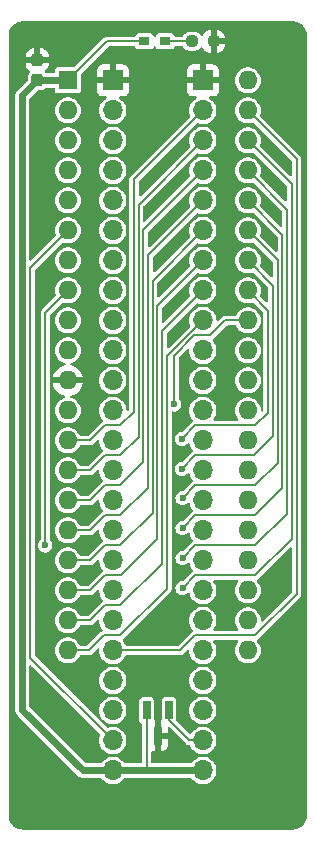
<source format=gbr>
G04 #@! TF.GenerationSoftware,KiCad,Pcbnew,8.0.4+dfsg-1*
G04 #@! TF.CreationDate,2024-12-19T12:14:39+09:00*
G04 #@! TF.ProjectId,bionic-z8691,62696f6e-6963-42d7-9a38-3639312e6b69,7*
G04 #@! TF.SameCoordinates,Original*
G04 #@! TF.FileFunction,Copper,L1,Top*
G04 #@! TF.FilePolarity,Positive*
%FSLAX46Y46*%
G04 Gerber Fmt 4.6, Leading zero omitted, Abs format (unit mm)*
G04 Created by KiCad (PCBNEW 8.0.4+dfsg-1) date 2024-12-19 12:14:39*
%MOMM*%
%LPD*%
G01*
G04 APERTURE LIST*
G04 Aperture macros list*
%AMRoundRect*
0 Rectangle with rounded corners*
0 $1 Rounding radius*
0 $2 $3 $4 $5 $6 $7 $8 $9 X,Y pos of 4 corners*
0 Add a 4 corners polygon primitive as box body*
4,1,4,$2,$3,$4,$5,$6,$7,$8,$9,$2,$3,0*
0 Add four circle primitives for the rounded corners*
1,1,$1+$1,$2,$3*
1,1,$1+$1,$4,$5*
1,1,$1+$1,$6,$7*
1,1,$1+$1,$8,$9*
0 Add four rect primitives between the rounded corners*
20,1,$1+$1,$2,$3,$4,$5,0*
20,1,$1+$1,$4,$5,$6,$7,0*
20,1,$1+$1,$6,$7,$8,$9,0*
20,1,$1+$1,$8,$9,$2,$3,0*%
G04 Aperture macros list end*
G04 #@! TA.AperFunction,ComponentPad*
%ADD10R,1.600000X1.600000*%
G04 #@! TD*
G04 #@! TA.AperFunction,ComponentPad*
%ADD11O,1.600000X1.600000*%
G04 #@! TD*
G04 #@! TA.AperFunction,SMDPad,CuDef*
%ADD12RoundRect,0.237500X0.237500X-0.300000X0.237500X0.300000X-0.237500X0.300000X-0.237500X-0.300000X0*%
G04 #@! TD*
G04 #@! TA.AperFunction,SMDPad,CuDef*
%ADD13R,0.965200X0.762000*%
G04 #@! TD*
G04 #@! TA.AperFunction,SMDPad,CuDef*
%ADD14R,0.660400X1.625600*%
G04 #@! TD*
G04 #@! TA.AperFunction,SMDPad,CuDef*
%ADD15RoundRect,0.237500X-0.250000X-0.237500X0.250000X-0.237500X0.250000X0.237500X-0.250000X0.237500X0*%
G04 #@! TD*
G04 #@! TA.AperFunction,ComponentPad*
%ADD16O,1.700000X1.700000*%
G04 #@! TD*
G04 #@! TA.AperFunction,ComponentPad*
%ADD17R,1.700000X1.700000*%
G04 #@! TD*
G04 #@! TA.AperFunction,ViaPad*
%ADD18C,0.600000*%
G04 #@! TD*
G04 #@! TA.AperFunction,Conductor*
%ADD19C,0.400000*%
G04 #@! TD*
G04 #@! TA.AperFunction,Conductor*
%ADD20C,0.200000*%
G04 #@! TD*
G04 #@! TA.AperFunction,Conductor*
%ADD21C,0.600000*%
G04 #@! TD*
G04 APERTURE END LIST*
D10*
X106080000Y-75080000D03*
D11*
X106080000Y-77620000D03*
X106080000Y-80160000D03*
X106080000Y-82700000D03*
X106080000Y-85240000D03*
X106080000Y-87780000D03*
X106080000Y-90320000D03*
X106080000Y-92860000D03*
X106080000Y-95400000D03*
X106080000Y-97940000D03*
X106080000Y-100480000D03*
X106080000Y-103020000D03*
X106080000Y-105560000D03*
X106080000Y-108100000D03*
X106080000Y-110640000D03*
X106080000Y-113180000D03*
X106080000Y-115720000D03*
X106080000Y-118260000D03*
X106080000Y-120800000D03*
X106080000Y-123340000D03*
X121320000Y-123340000D03*
X121320000Y-120800000D03*
X121320000Y-118260000D03*
X121320000Y-115720000D03*
X121320000Y-113180000D03*
X121320000Y-110640000D03*
X121320000Y-108100000D03*
X121320000Y-105560000D03*
X121320000Y-103020000D03*
X121320000Y-100480000D03*
X121320000Y-97940000D03*
X121320000Y-95400000D03*
X121320000Y-92860000D03*
X121320000Y-90320000D03*
X121320000Y-87780000D03*
X121320000Y-85240000D03*
X121320000Y-82700000D03*
X121320000Y-80160000D03*
X121320000Y-77620000D03*
X121320000Y-75080000D03*
D12*
X103489200Y-75080000D03*
X103489200Y-73355000D03*
D13*
X114309600Y-71778000D03*
X112557000Y-71778000D03*
D14*
X114650001Y-128420000D03*
X112749999Y-128420000D03*
X113700000Y-130552000D03*
D15*
X116597500Y-71778000D03*
X118422500Y-71778000D03*
D16*
X117510000Y-133500000D03*
X117510000Y-130960000D03*
X117510000Y-128420000D03*
X117510000Y-125880000D03*
X117510000Y-123340000D03*
X117510000Y-120800000D03*
X117510000Y-118260000D03*
X117510000Y-115720000D03*
X117510000Y-113180000D03*
X117510000Y-110640000D03*
X117510000Y-108100000D03*
X117510000Y-105560000D03*
X117510000Y-103020000D03*
X117510000Y-100480000D03*
X117510000Y-97940000D03*
X117510000Y-95400000D03*
X117510000Y-92860000D03*
X117510000Y-90320000D03*
X117510000Y-87780000D03*
X117510000Y-85240000D03*
X117510000Y-82700000D03*
X117510000Y-80160000D03*
X117510000Y-77620000D03*
D17*
X117510000Y-75080000D03*
X109890000Y-75080000D03*
D16*
X109890000Y-77620000D03*
X109890000Y-80160000D03*
X109890000Y-82700000D03*
X109890000Y-85240000D03*
X109890000Y-87780000D03*
X109890000Y-90320000D03*
X109890000Y-92860000D03*
X109890000Y-95400000D03*
X109890000Y-97940000D03*
X109890000Y-100480000D03*
X109890000Y-103020000D03*
X109890000Y-105560000D03*
X109890000Y-108100000D03*
X109890000Y-110640000D03*
X109890000Y-113180000D03*
X109890000Y-115720000D03*
X109890000Y-118260000D03*
X109890000Y-120800000D03*
X109890000Y-123340000D03*
X109890000Y-125880000D03*
X109890000Y-128420000D03*
X109890000Y-130960000D03*
X109890000Y-133500000D03*
D18*
X113700000Y-132230000D03*
X103667000Y-127404000D03*
X119542000Y-98448000D03*
X103540000Y-132738000D03*
X114081000Y-121308000D03*
X104683000Y-119530000D03*
X121320000Y-128293000D03*
X115097000Y-102512000D03*
X115732000Y-105433000D03*
X115732000Y-107973000D03*
X115795500Y-110449500D03*
X104175000Y-114450000D03*
X115795500Y-112989500D03*
X115795500Y-115529500D03*
X115795500Y-118069500D03*
D19*
X106080000Y-100480000D02*
X107604000Y-100480000D01*
D20*
X109382000Y-71778000D02*
X106080000Y-75080000D01*
D21*
X102219200Y-128369200D02*
X102219200Y-76349800D01*
D20*
X112749999Y-133438999D02*
X112811000Y-133500000D01*
D21*
X107350000Y-133500000D02*
X102219200Y-128369200D01*
X103489200Y-75080000D02*
X106080000Y-75080000D01*
X109890000Y-133500000D02*
X107350000Y-133500000D01*
D20*
X112557000Y-71778000D02*
X109382000Y-71778000D01*
D21*
X112811000Y-133500000D02*
X109890000Y-133500000D01*
D20*
X112749999Y-128420000D02*
X112749999Y-133438999D01*
D21*
X117510000Y-133500000D02*
X112811000Y-133500000D01*
X102219200Y-76349800D02*
X103489000Y-75080000D01*
D20*
X102870000Y-90990000D02*
X106080000Y-87780000D01*
X109890000Y-130960000D02*
X102870000Y-123940000D01*
X102870000Y-123940000D02*
X102870000Y-90990000D01*
X119415000Y-95400000D02*
X121320000Y-95400000D01*
X116805686Y-96670000D02*
X118145000Y-96670000D01*
X115097000Y-98378686D02*
X116805686Y-96670000D01*
X118145000Y-96670000D02*
X119415000Y-95400000D01*
X115097000Y-102512000D02*
X115097000Y-98378686D01*
X115732000Y-105433000D02*
X116875000Y-104290000D01*
X123047200Y-103197800D02*
X123047200Y-94587200D01*
X116875000Y-104290000D02*
X121955000Y-104290000D01*
X123047200Y-94587200D02*
X121320000Y-92860000D01*
X121955000Y-104290000D02*
X123047200Y-103197800D01*
X116875000Y-106830000D02*
X121828000Y-106830000D01*
X123447200Y-105210800D02*
X123447200Y-92447200D01*
X121828000Y-106830000D02*
X123447200Y-105210800D01*
X115732000Y-107973000D02*
X116875000Y-106830000D01*
X123447200Y-92447200D02*
X121320000Y-90320000D01*
X123847200Y-90307200D02*
X121320000Y-87780000D01*
X116875000Y-109370000D02*
X121955000Y-109370000D01*
X121955000Y-109370000D02*
X123847200Y-107477800D01*
X123847200Y-107477800D02*
X123847200Y-90307200D01*
X115795500Y-110449500D02*
X116875000Y-109370000D01*
X104175000Y-94765000D02*
X106080000Y-92860000D01*
X104175000Y-114450000D02*
X104175000Y-94765000D01*
X115795500Y-112989500D02*
X116875000Y-111910000D01*
X121955000Y-111910000D02*
X124247200Y-109617800D01*
X124247200Y-88167200D02*
X121320000Y-85240000D01*
X124247200Y-109617800D02*
X124247200Y-88167200D01*
X116875000Y-111910000D02*
X121955000Y-111910000D01*
X124647200Y-111757800D02*
X124647200Y-86027200D01*
X115795500Y-115529500D02*
X116875000Y-114450000D01*
X124647200Y-86027200D02*
X121320000Y-82700000D01*
X121955000Y-114450000D02*
X124647200Y-111757800D01*
X116875000Y-114450000D02*
X121955000Y-114450000D01*
X125047200Y-113888434D02*
X125047200Y-83887200D01*
X116875000Y-116990000D02*
X121945634Y-116990000D01*
X121945634Y-116990000D02*
X125047200Y-113888434D01*
X125047200Y-83887200D02*
X121320000Y-80160000D01*
X115795500Y-118069500D02*
X116875000Y-116990000D01*
X111668000Y-103147000D02*
X110525000Y-104290000D01*
X111668000Y-83462000D02*
X111668000Y-103147000D01*
X117510000Y-77620000D02*
X111668000Y-83462000D01*
X109255000Y-104290000D02*
X107985000Y-105560000D01*
X110525000Y-104290000D02*
X109255000Y-104290000D01*
X107985000Y-105560000D02*
X106080000Y-105560000D01*
X112068000Y-105287000D02*
X112068000Y-85602000D01*
X110525000Y-106830000D02*
X112068000Y-105287000D01*
X109255000Y-106830000D02*
X110525000Y-106830000D01*
X106080000Y-108100000D02*
X107985000Y-108100000D01*
X107985000Y-108100000D02*
X109255000Y-106830000D01*
X112068000Y-85602000D02*
X117510000Y-80160000D01*
X107985000Y-110640000D02*
X109255000Y-109370000D01*
X112468000Y-87742000D02*
X117510000Y-82700000D01*
X109255000Y-109370000D02*
X110525000Y-109370000D01*
X112468000Y-107427000D02*
X112468000Y-87742000D01*
X110525000Y-109370000D02*
X112468000Y-107427000D01*
X106080000Y-110640000D02*
X107985000Y-110640000D01*
X106080000Y-113180000D02*
X107985000Y-113180000D01*
X112868000Y-89882000D02*
X117510000Y-85240000D01*
X110525000Y-111910000D02*
X112868000Y-109567000D01*
X107985000Y-113180000D02*
X109255000Y-111910000D01*
X112868000Y-109567000D02*
X112868000Y-89882000D01*
X109255000Y-111910000D02*
X110525000Y-111910000D01*
X110525000Y-114450000D02*
X113268000Y-111707000D01*
X113268000Y-92022000D02*
X117510000Y-87780000D01*
X113268000Y-111707000D02*
X113268000Y-92022000D01*
X109255000Y-114450000D02*
X110525000Y-114450000D01*
X106080000Y-115720000D02*
X107985000Y-115720000D01*
X107985000Y-115720000D02*
X109255000Y-114450000D01*
X110588500Y-116990000D02*
X113668000Y-113910500D01*
X113668000Y-113910500D02*
X113668000Y-94162000D01*
X109255000Y-116990000D02*
X110588500Y-116990000D01*
X106080000Y-118260000D02*
X107985000Y-118260000D01*
X113668000Y-94162000D02*
X117510000Y-90320000D01*
X107985000Y-118260000D02*
X109255000Y-116990000D01*
X107985000Y-120800000D02*
X109255000Y-119530000D01*
X114068000Y-96302000D02*
X117510000Y-92860000D01*
X114068000Y-115987000D02*
X114068000Y-96302000D01*
X109255000Y-119530000D02*
X110525000Y-119530000D01*
X110525000Y-119530000D02*
X114068000Y-115987000D01*
X106080000Y-120800000D02*
X107985000Y-120800000D01*
X110525000Y-122070000D02*
X114468000Y-118127000D01*
X107858000Y-123340000D02*
X109128000Y-122070000D01*
X114468000Y-98442000D02*
X117510000Y-95400000D01*
X109128000Y-122070000D02*
X110525000Y-122070000D01*
X114468000Y-118127000D02*
X114468000Y-98442000D01*
X106080000Y-123340000D02*
X107858000Y-123340000D01*
X115605000Y-123340000D02*
X109890000Y-123340000D01*
X125447200Y-81747200D02*
X125447200Y-118577800D01*
X121320000Y-77620000D02*
X125447200Y-81747200D01*
X116875000Y-122070000D02*
X115605000Y-123340000D01*
X121955000Y-122070000D02*
X116875000Y-122070000D01*
X125447200Y-118577800D02*
X121955000Y-122070000D01*
X114650001Y-128420000D02*
X114650001Y-129243001D01*
X114650001Y-129243001D02*
X116367000Y-130960000D01*
X116367000Y-130960000D02*
X117510000Y-130960000D01*
X114309600Y-71778000D02*
X116597500Y-71778000D01*
G04 #@! TA.AperFunction,Conductor*
G36*
X125133875Y-70075805D02*
G01*
X125309097Y-70089594D01*
X125324430Y-70092023D01*
X125491550Y-70132145D01*
X125506317Y-70136943D01*
X125665104Y-70202715D01*
X125678926Y-70209758D01*
X125825469Y-70299560D01*
X125838032Y-70308688D01*
X125968717Y-70420303D01*
X125979699Y-70431285D01*
X126091311Y-70561967D01*
X126100440Y-70574532D01*
X126190238Y-70721068D01*
X126197287Y-70734902D01*
X126263054Y-70893678D01*
X126267855Y-70908453D01*
X126307975Y-71075564D01*
X126310405Y-71090907D01*
X126324195Y-71266123D01*
X126324500Y-71273891D01*
X126324500Y-137306108D01*
X126324195Y-137313876D01*
X126310405Y-137489092D01*
X126307975Y-137504435D01*
X126267855Y-137671546D01*
X126263054Y-137686321D01*
X126197287Y-137845097D01*
X126190234Y-137858939D01*
X126100442Y-138005465D01*
X126091311Y-138018032D01*
X125979699Y-138148714D01*
X125968714Y-138159699D01*
X125838032Y-138271311D01*
X125825465Y-138280442D01*
X125678939Y-138370234D01*
X125665097Y-138377287D01*
X125506321Y-138443054D01*
X125491546Y-138447855D01*
X125324435Y-138487975D01*
X125309092Y-138490405D01*
X125149743Y-138502946D01*
X125133874Y-138504195D01*
X125126108Y-138504500D01*
X102273892Y-138504500D01*
X102266125Y-138504195D01*
X102247014Y-138502691D01*
X102090907Y-138490405D01*
X102075564Y-138487975D01*
X101908453Y-138447855D01*
X101893678Y-138443054D01*
X101734902Y-138377287D01*
X101721068Y-138370238D01*
X101574532Y-138280440D01*
X101561967Y-138271311D01*
X101462706Y-138186535D01*
X101431282Y-138159696D01*
X101420303Y-138148717D01*
X101308688Y-138018032D01*
X101299560Y-138005469D01*
X101209758Y-137858926D01*
X101202715Y-137845104D01*
X101136943Y-137686317D01*
X101132144Y-137671546D01*
X101092024Y-137504435D01*
X101089594Y-137489097D01*
X101075805Y-137313875D01*
X101075500Y-137306108D01*
X101075500Y-76270743D01*
X101618699Y-76270743D01*
X101618699Y-76270745D01*
X101618699Y-76436831D01*
X101618700Y-76436844D01*
X101618700Y-128284063D01*
X101618699Y-128284081D01*
X101618699Y-128290143D01*
X101618699Y-128448257D01*
X101659623Y-128600985D01*
X101677709Y-128632310D01*
X101677710Y-128632314D01*
X101738678Y-128737913D01*
X101738680Y-128737916D01*
X101850484Y-128849720D01*
X101850486Y-128849721D01*
X106869478Y-133868713D01*
X106869480Y-133868716D01*
X106981284Y-133980520D01*
X106981286Y-133980521D01*
X106981289Y-133980524D01*
X106981288Y-133980524D01*
X107068091Y-134030637D01*
X107068093Y-134030639D01*
X107068094Y-134030639D01*
X107097032Y-134047346D01*
X107118215Y-134059577D01*
X107270943Y-134100501D01*
X107270944Y-134100501D01*
X107435120Y-134100501D01*
X107435136Y-134100500D01*
X108852482Y-134100500D01*
X108910673Y-134119407D01*
X108931483Y-134139836D01*
X109036128Y-134278407D01*
X109036135Y-134278413D01*
X109193692Y-134422047D01*
X109193699Y-134422053D01*
X109297389Y-134486255D01*
X109374981Y-134534298D01*
X109573802Y-134611321D01*
X109783390Y-134650500D01*
X109996610Y-134650500D01*
X110206198Y-134611321D01*
X110405019Y-134534298D01*
X110586302Y-134422052D01*
X110743872Y-134278407D01*
X110848515Y-134139838D01*
X110898671Y-134104796D01*
X110927518Y-134100500D01*
X112731943Y-134100500D01*
X116472482Y-134100500D01*
X116530673Y-134119407D01*
X116551483Y-134139836D01*
X116656128Y-134278407D01*
X116656135Y-134278413D01*
X116813692Y-134422047D01*
X116813699Y-134422053D01*
X116917389Y-134486255D01*
X116994981Y-134534298D01*
X117193802Y-134611321D01*
X117403390Y-134650500D01*
X117616610Y-134650500D01*
X117826198Y-134611321D01*
X118025019Y-134534298D01*
X118206302Y-134422052D01*
X118363872Y-134278407D01*
X118492366Y-134108255D01*
X118587405Y-133917389D01*
X118645756Y-133712310D01*
X118665429Y-133500000D01*
X118645756Y-133287690D01*
X118587405Y-133082611D01*
X118492366Y-132891745D01*
X118363872Y-132721593D01*
X118309623Y-132672139D01*
X118206307Y-132577952D01*
X118206300Y-132577946D01*
X118025024Y-132465705D01*
X118025019Y-132465702D01*
X117826195Y-132388678D01*
X117616610Y-132349500D01*
X117403390Y-132349500D01*
X117193804Y-132388678D01*
X116994980Y-132465702D01*
X116994975Y-132465705D01*
X116813699Y-132577946D01*
X116813692Y-132577952D01*
X116656135Y-132721586D01*
X116656131Y-132721589D01*
X116656128Y-132721593D01*
X116551484Y-132860161D01*
X116501329Y-132895204D01*
X116472482Y-132899500D01*
X113249499Y-132899500D01*
X113191308Y-132880593D01*
X113155344Y-132831093D01*
X113150499Y-132800500D01*
X113150499Y-131956579D01*
X113169406Y-131898388D01*
X113218906Y-131862424D01*
X113260081Y-131858146D01*
X113321976Y-131864800D01*
X113449999Y-131864800D01*
X113450000Y-131864799D01*
X113450000Y-130802001D01*
X113950000Y-130802001D01*
X113950000Y-131864799D01*
X113950001Y-131864800D01*
X114078024Y-131864800D01*
X114137570Y-131858398D01*
X114137581Y-131858396D01*
X114272288Y-131808153D01*
X114272290Y-131808152D01*
X114387384Y-131721992D01*
X114387392Y-131721984D01*
X114473552Y-131606890D01*
X114473553Y-131606888D01*
X114523796Y-131472181D01*
X114523798Y-131472170D01*
X114530200Y-131412624D01*
X114530200Y-130802001D01*
X114530199Y-130802000D01*
X113950001Y-130802000D01*
X113950000Y-130802001D01*
X113450000Y-130802001D01*
X113450000Y-129239201D01*
X113950000Y-129239201D01*
X113950000Y-130301999D01*
X113950001Y-130302000D01*
X114530199Y-130302000D01*
X114530200Y-130301999D01*
X114530200Y-129928600D01*
X114549107Y-129870409D01*
X114598607Y-129834445D01*
X114659793Y-129834445D01*
X114699201Y-129858594D01*
X116121087Y-131280480D01*
X116121089Y-131280481D01*
X116121091Y-131280483D01*
X116212408Y-131333205D01*
X116212406Y-131333205D01*
X116212410Y-131333206D01*
X116212412Y-131333207D01*
X116314273Y-131360500D01*
X116362887Y-131360500D01*
X116421078Y-131379407D01*
X116451508Y-131415372D01*
X116527634Y-131568255D01*
X116656128Y-131738407D01*
X116656135Y-131738413D01*
X116813692Y-131882047D01*
X116813699Y-131882053D01*
X116840081Y-131898388D01*
X116994981Y-131994298D01*
X117193802Y-132071321D01*
X117403390Y-132110500D01*
X117616610Y-132110500D01*
X117826198Y-132071321D01*
X118025019Y-131994298D01*
X118206302Y-131882052D01*
X118363872Y-131738407D01*
X118492366Y-131568255D01*
X118587405Y-131377389D01*
X118645756Y-131172310D01*
X118665429Y-130960000D01*
X118645756Y-130747690D01*
X118587405Y-130542611D01*
X118492366Y-130351745D01*
X118363872Y-130181593D01*
X118309623Y-130132139D01*
X118206307Y-130037952D01*
X118206300Y-130037946D01*
X118025024Y-129925705D01*
X118025019Y-129925702D01*
X117939657Y-129892633D01*
X117826198Y-129848679D01*
X117826197Y-129848678D01*
X117826195Y-129848678D01*
X117616610Y-129809500D01*
X117403390Y-129809500D01*
X117193804Y-129848678D01*
X116994980Y-129925702D01*
X116994975Y-129925705D01*
X116813699Y-130037946D01*
X116813692Y-130037952D01*
X116656135Y-130181586D01*
X116656119Y-130181603D01*
X116527641Y-130351733D01*
X116527634Y-130351745D01*
X116521652Y-130363759D01*
X116478788Y-130407421D01*
X116418447Y-130417550D01*
X116363677Y-130390277D01*
X116363027Y-130389634D01*
X115309696Y-129336303D01*
X115281919Y-129281786D01*
X115280700Y-129266311D01*
X115280700Y-128420000D01*
X116354571Y-128420000D01*
X116374244Y-128632310D01*
X116432595Y-128837389D01*
X116527634Y-129028255D01*
X116656128Y-129198407D01*
X116656135Y-129198413D01*
X116813692Y-129342047D01*
X116813699Y-129342053D01*
X116916273Y-129405564D01*
X116994981Y-129454298D01*
X117193802Y-129531321D01*
X117403390Y-129570500D01*
X117616610Y-129570500D01*
X117826198Y-129531321D01*
X118025019Y-129454298D01*
X118206302Y-129342052D01*
X118363872Y-129198407D01*
X118492366Y-129028255D01*
X118587405Y-128837389D01*
X118645756Y-128632310D01*
X118665429Y-128420000D01*
X118645756Y-128207690D01*
X118587405Y-128002611D01*
X118492366Y-127811745D01*
X118363872Y-127641593D01*
X118276931Y-127562335D01*
X118206307Y-127497952D01*
X118206300Y-127497946D01*
X118025024Y-127385705D01*
X118025019Y-127385702D01*
X117828614Y-127309615D01*
X117826198Y-127308679D01*
X117826197Y-127308678D01*
X117826195Y-127308678D01*
X117616610Y-127269500D01*
X117403390Y-127269500D01*
X117193804Y-127308678D01*
X116994980Y-127385702D01*
X116994975Y-127385705D01*
X116813699Y-127497946D01*
X116813692Y-127497952D01*
X116656135Y-127641586D01*
X116656131Y-127641589D01*
X116656128Y-127641593D01*
X116656125Y-127641597D01*
X116527635Y-127811743D01*
X116527630Y-127811752D01*
X116432596Y-128002608D01*
X116374244Y-128207688D01*
X116374244Y-128207690D01*
X116354571Y-128420000D01*
X115280700Y-128420000D01*
X115280700Y-127562336D01*
X115277786Y-127537209D01*
X115232407Y-127434435D01*
X115152966Y-127354994D01*
X115050192Y-127309615D01*
X115050191Y-127309614D01*
X115050189Y-127309614D01*
X115025069Y-127306700D01*
X114274940Y-127306700D01*
X114274937Y-127306701D01*
X114249810Y-127309614D01*
X114147036Y-127354994D01*
X114067595Y-127434435D01*
X114022215Y-127537211D01*
X114019301Y-127562330D01*
X114019301Y-127562332D01*
X114019302Y-129140200D01*
X114000395Y-129198391D01*
X113965343Y-129223857D01*
X113950000Y-129239201D01*
X113450000Y-129239201D01*
X113435704Y-129224905D01*
X113421508Y-129220293D01*
X113385544Y-129170793D01*
X113380699Y-129140200D01*
X113380698Y-127562339D01*
X113380698Y-127562336D01*
X113377784Y-127537209D01*
X113332405Y-127434435D01*
X113252964Y-127354994D01*
X113150190Y-127309615D01*
X113150189Y-127309614D01*
X113150187Y-127309614D01*
X113125067Y-127306700D01*
X112374938Y-127306700D01*
X112374935Y-127306701D01*
X112349808Y-127309614D01*
X112247034Y-127354994D01*
X112167593Y-127434435D01*
X112122213Y-127537211D01*
X112119299Y-127562330D01*
X112119299Y-129277660D01*
X112119300Y-129277663D01*
X112122213Y-129302790D01*
X112137011Y-129336303D01*
X112167593Y-129405565D01*
X112247034Y-129485006D01*
X112290487Y-129504192D01*
X112336082Y-129544991D01*
X112349499Y-129594756D01*
X112349499Y-132800500D01*
X112330592Y-132858691D01*
X112281092Y-132894655D01*
X112250499Y-132899500D01*
X110927518Y-132899500D01*
X110869327Y-132880593D01*
X110848516Y-132860163D01*
X110743872Y-132721593D01*
X110689623Y-132672139D01*
X110586307Y-132577952D01*
X110586300Y-132577946D01*
X110405024Y-132465705D01*
X110405019Y-132465702D01*
X110206195Y-132388678D01*
X109996610Y-132349500D01*
X109783390Y-132349500D01*
X109573804Y-132388678D01*
X109374980Y-132465702D01*
X109374975Y-132465705D01*
X109193699Y-132577946D01*
X109193692Y-132577952D01*
X109036135Y-132721586D01*
X109036131Y-132721589D01*
X109036128Y-132721593D01*
X108931484Y-132860161D01*
X108881329Y-132895204D01*
X108852482Y-132899500D01*
X107639743Y-132899500D01*
X107581552Y-132880593D01*
X107569739Y-132870504D01*
X102848696Y-128149461D01*
X102820919Y-128094944D01*
X102819700Y-128079457D01*
X102819700Y-124695101D01*
X102838607Y-124636910D01*
X102888107Y-124600946D01*
X102949293Y-124600946D01*
X102988704Y-124625097D01*
X108793348Y-130429741D01*
X108821125Y-130484258D01*
X108812904Y-130537818D01*
X108814249Y-130538339D01*
X108812598Y-130542598D01*
X108754244Y-130747688D01*
X108749211Y-130802001D01*
X108734571Y-130960000D01*
X108754244Y-131172310D01*
X108812595Y-131377389D01*
X108907634Y-131568255D01*
X109036128Y-131738407D01*
X109036135Y-131738413D01*
X109193692Y-131882047D01*
X109193699Y-131882053D01*
X109220081Y-131898388D01*
X109374981Y-131994298D01*
X109573802Y-132071321D01*
X109783390Y-132110500D01*
X109996610Y-132110500D01*
X110206198Y-132071321D01*
X110405019Y-131994298D01*
X110586302Y-131882052D01*
X110743872Y-131738407D01*
X110872366Y-131568255D01*
X110967405Y-131377389D01*
X111025756Y-131172310D01*
X111045429Y-130960000D01*
X111025756Y-130747690D01*
X110967405Y-130542611D01*
X110872366Y-130351745D01*
X110743872Y-130181593D01*
X110689623Y-130132139D01*
X110586307Y-130037952D01*
X110586300Y-130037946D01*
X110405024Y-129925705D01*
X110405019Y-129925702D01*
X110319657Y-129892633D01*
X110206198Y-129848679D01*
X110206197Y-129848678D01*
X110206195Y-129848678D01*
X109996610Y-129809500D01*
X109783390Y-129809500D01*
X109573802Y-129848678D01*
X109469091Y-129889243D01*
X109408000Y-129892633D01*
X109363325Y-129866932D01*
X107916393Y-128420000D01*
X108734571Y-128420000D01*
X108754244Y-128632310D01*
X108812595Y-128837389D01*
X108907634Y-129028255D01*
X109036128Y-129198407D01*
X109036135Y-129198413D01*
X109193692Y-129342047D01*
X109193699Y-129342053D01*
X109296273Y-129405564D01*
X109374981Y-129454298D01*
X109573802Y-129531321D01*
X109783390Y-129570500D01*
X109996610Y-129570500D01*
X110206198Y-129531321D01*
X110405019Y-129454298D01*
X110586302Y-129342052D01*
X110743872Y-129198407D01*
X110872366Y-129028255D01*
X110967405Y-128837389D01*
X111025756Y-128632310D01*
X111045429Y-128420000D01*
X111025756Y-128207690D01*
X110967405Y-128002611D01*
X110872366Y-127811745D01*
X110743872Y-127641593D01*
X110656931Y-127562335D01*
X110586307Y-127497952D01*
X110586300Y-127497946D01*
X110405024Y-127385705D01*
X110405019Y-127385702D01*
X110208614Y-127309615D01*
X110206198Y-127308679D01*
X110206197Y-127308678D01*
X110206195Y-127308678D01*
X109996610Y-127269500D01*
X109783390Y-127269500D01*
X109573804Y-127308678D01*
X109374980Y-127385702D01*
X109374975Y-127385705D01*
X109193699Y-127497946D01*
X109193692Y-127497952D01*
X109036135Y-127641586D01*
X109036131Y-127641589D01*
X109036128Y-127641593D01*
X109036125Y-127641597D01*
X108907635Y-127811743D01*
X108907630Y-127811752D01*
X108812596Y-128002608D01*
X108754244Y-128207688D01*
X108754244Y-128207690D01*
X108734571Y-128420000D01*
X107916393Y-128420000D01*
X105376393Y-125880000D01*
X108734571Y-125880000D01*
X108754244Y-126092310D01*
X108812595Y-126297389D01*
X108907634Y-126488255D01*
X109036128Y-126658407D01*
X109036135Y-126658413D01*
X109193692Y-126802047D01*
X109193699Y-126802053D01*
X109297389Y-126866255D01*
X109374981Y-126914298D01*
X109573802Y-126991321D01*
X109783390Y-127030500D01*
X109996610Y-127030500D01*
X110206198Y-126991321D01*
X110405019Y-126914298D01*
X110586302Y-126802052D01*
X110743872Y-126658407D01*
X110872366Y-126488255D01*
X110967405Y-126297389D01*
X111025756Y-126092310D01*
X111045429Y-125880000D01*
X116354571Y-125880000D01*
X116374244Y-126092310D01*
X116432595Y-126297389D01*
X116527634Y-126488255D01*
X116656128Y-126658407D01*
X116656135Y-126658413D01*
X116813692Y-126802047D01*
X116813699Y-126802053D01*
X116917389Y-126866255D01*
X116994981Y-126914298D01*
X117193802Y-126991321D01*
X117403390Y-127030500D01*
X117616610Y-127030500D01*
X117826198Y-126991321D01*
X118025019Y-126914298D01*
X118206302Y-126802052D01*
X118363872Y-126658407D01*
X118492366Y-126488255D01*
X118587405Y-126297389D01*
X118645756Y-126092310D01*
X118665429Y-125880000D01*
X118645756Y-125667690D01*
X118587405Y-125462611D01*
X118492366Y-125271745D01*
X118363872Y-125101593D01*
X118309623Y-125052139D01*
X118206307Y-124957952D01*
X118206300Y-124957946D01*
X118025024Y-124845705D01*
X118025019Y-124845702D01*
X117826195Y-124768678D01*
X117616610Y-124729500D01*
X117403390Y-124729500D01*
X117193804Y-124768678D01*
X116994980Y-124845702D01*
X116994975Y-124845705D01*
X116813699Y-124957946D01*
X116813692Y-124957952D01*
X116656135Y-125101586D01*
X116656131Y-125101589D01*
X116656128Y-125101593D01*
X116656125Y-125101597D01*
X116527635Y-125271743D01*
X116527630Y-125271752D01*
X116432596Y-125462608D01*
X116374244Y-125667688D01*
X116374244Y-125667690D01*
X116354571Y-125880000D01*
X111045429Y-125880000D01*
X111025756Y-125667690D01*
X110967405Y-125462611D01*
X110872366Y-125271745D01*
X110743872Y-125101593D01*
X110689623Y-125052139D01*
X110586307Y-124957952D01*
X110586300Y-124957946D01*
X110405024Y-124845705D01*
X110405019Y-124845702D01*
X110206195Y-124768678D01*
X109996610Y-124729500D01*
X109783390Y-124729500D01*
X109573804Y-124768678D01*
X109374980Y-124845702D01*
X109374975Y-124845705D01*
X109193699Y-124957946D01*
X109193692Y-124957952D01*
X109036135Y-125101586D01*
X109036131Y-125101589D01*
X109036128Y-125101593D01*
X109036125Y-125101597D01*
X108907635Y-125271743D01*
X108907630Y-125271752D01*
X108812596Y-125462608D01*
X108754244Y-125667688D01*
X108754244Y-125667690D01*
X108734571Y-125880000D01*
X105376393Y-125880000D01*
X103299496Y-123803103D01*
X103271719Y-123748586D01*
X103270500Y-123733099D01*
X103270500Y-114449999D01*
X103569318Y-114449999D01*
X103569318Y-114450000D01*
X103589955Y-114606758D01*
X103589957Y-114606766D01*
X103650462Y-114752838D01*
X103650462Y-114752839D01*
X103725400Y-114850500D01*
X103746718Y-114878282D01*
X103872159Y-114974536D01*
X103872160Y-114974536D01*
X103872161Y-114974537D01*
X103955751Y-115009161D01*
X104018238Y-115035044D01*
X104135809Y-115050522D01*
X104174999Y-115055682D01*
X104175000Y-115055682D01*
X104175001Y-115055682D01*
X104206352Y-115051554D01*
X104331762Y-115035044D01*
X104477841Y-114974536D01*
X104603282Y-114878282D01*
X104699536Y-114752841D01*
X104760044Y-114606762D01*
X104780682Y-114450000D01*
X104760044Y-114293238D01*
X104723117Y-114204089D01*
X104699537Y-114147161D01*
X104699537Y-114147160D01*
X104599332Y-114016570D01*
X104600713Y-114015509D01*
X104576719Y-113968416D01*
X104575500Y-113952929D01*
X104575500Y-105560000D01*
X104974785Y-105560000D01*
X104993603Y-105763083D01*
X105049418Y-105959250D01*
X105140327Y-106141821D01*
X105263236Y-106304579D01*
X105413959Y-106441981D01*
X105587363Y-106549348D01*
X105777544Y-106623024D01*
X105978024Y-106660500D01*
X106181976Y-106660500D01*
X106382456Y-106623024D01*
X106572637Y-106549348D01*
X106746041Y-106441981D01*
X106896764Y-106304579D01*
X107019673Y-106141821D01*
X107082637Y-106015371D01*
X107125500Y-105971709D01*
X107171258Y-105960500D01*
X108037725Y-105960500D01*
X108037727Y-105960500D01*
X108139588Y-105933207D01*
X108139590Y-105933205D01*
X108139592Y-105933205D01*
X108230908Y-105880483D01*
X108230908Y-105880482D01*
X108230913Y-105880480D01*
X108569913Y-105541478D01*
X108624430Y-105513701D01*
X108684862Y-105523272D01*
X108728127Y-105566537D01*
X108738495Y-105602347D01*
X108754244Y-105772311D01*
X108768723Y-105823197D01*
X108812595Y-105977389D01*
X108907634Y-106168255D01*
X109036128Y-106338407D01*
X109040511Y-106342403D01*
X109070779Y-106395576D01*
X109064011Y-106456386D01*
X109023321Y-106501301D01*
X109009089Y-106509518D01*
X107848103Y-107670504D01*
X107793586Y-107698281D01*
X107778099Y-107699500D01*
X107171258Y-107699500D01*
X107113067Y-107680593D01*
X107082637Y-107644628D01*
X107032890Y-107544723D01*
X107019673Y-107518179D01*
X106896764Y-107355421D01*
X106746041Y-107218019D01*
X106572637Y-107110652D01*
X106382456Y-107036976D01*
X106382455Y-107036975D01*
X106382453Y-107036975D01*
X106181976Y-106999500D01*
X105978024Y-106999500D01*
X105777546Y-107036975D01*
X105707632Y-107064059D01*
X105587363Y-107110652D01*
X105413959Y-107218019D01*
X105263236Y-107355421D01*
X105238667Y-107387956D01*
X105140328Y-107518177D01*
X105140323Y-107518186D01*
X105058450Y-107682611D01*
X105049418Y-107700750D01*
X104993603Y-107896917D01*
X104974785Y-108100000D01*
X104993603Y-108303083D01*
X105049418Y-108499250D01*
X105140327Y-108681821D01*
X105263236Y-108844579D01*
X105413959Y-108981981D01*
X105587363Y-109089348D01*
X105777544Y-109163024D01*
X105978024Y-109200500D01*
X106181976Y-109200500D01*
X106382456Y-109163024D01*
X106572637Y-109089348D01*
X106746041Y-108981981D01*
X106896764Y-108844579D01*
X107019673Y-108681821D01*
X107082637Y-108555371D01*
X107125500Y-108511709D01*
X107171258Y-108500500D01*
X108037725Y-108500500D01*
X108037727Y-108500500D01*
X108139588Y-108473207D01*
X108139590Y-108473205D01*
X108139592Y-108473205D01*
X108230908Y-108420483D01*
X108230908Y-108420482D01*
X108230913Y-108420480D01*
X108569913Y-108081478D01*
X108624430Y-108053701D01*
X108684862Y-108063272D01*
X108728127Y-108106537D01*
X108738495Y-108142347D01*
X108754244Y-108312311D01*
X108768723Y-108363197D01*
X108812595Y-108517389D01*
X108907634Y-108708255D01*
X109036128Y-108878407D01*
X109040511Y-108882403D01*
X109070779Y-108935576D01*
X109064011Y-108996386D01*
X109023321Y-109041301D01*
X109009089Y-109049518D01*
X107848103Y-110210504D01*
X107793586Y-110238281D01*
X107778099Y-110239500D01*
X107171258Y-110239500D01*
X107113067Y-110220593D01*
X107082637Y-110184628D01*
X107019676Y-110058186D01*
X107019673Y-110058179D01*
X106896764Y-109895421D01*
X106746041Y-109758019D01*
X106572637Y-109650652D01*
X106382456Y-109576976D01*
X106382455Y-109576975D01*
X106382453Y-109576975D01*
X106181976Y-109539500D01*
X105978024Y-109539500D01*
X105777546Y-109576975D01*
X105707632Y-109604059D01*
X105587363Y-109650652D01*
X105509771Y-109698695D01*
X105413959Y-109758019D01*
X105263237Y-109895420D01*
X105140328Y-110058177D01*
X105140323Y-110058186D01*
X105058450Y-110222611D01*
X105049418Y-110240750D01*
X104993603Y-110436917D01*
X104974785Y-110640000D01*
X104993603Y-110843083D01*
X105049418Y-111039250D01*
X105140327Y-111221821D01*
X105263236Y-111384579D01*
X105413959Y-111521981D01*
X105587363Y-111629348D01*
X105777544Y-111703024D01*
X105978024Y-111740500D01*
X106181976Y-111740500D01*
X106382456Y-111703024D01*
X106572637Y-111629348D01*
X106746041Y-111521981D01*
X106896764Y-111384579D01*
X107019673Y-111221821D01*
X107082637Y-111095371D01*
X107125500Y-111051709D01*
X107171258Y-111040500D01*
X108037725Y-111040500D01*
X108037727Y-111040500D01*
X108139588Y-111013207D01*
X108139590Y-111013205D01*
X108139592Y-111013205D01*
X108230908Y-110960483D01*
X108230908Y-110960482D01*
X108230913Y-110960480D01*
X108569913Y-110621478D01*
X108624430Y-110593701D01*
X108684862Y-110603272D01*
X108728127Y-110646537D01*
X108738495Y-110682347D01*
X108754244Y-110852311D01*
X108767580Y-110899180D01*
X108812595Y-111057389D01*
X108907634Y-111248255D01*
X109036128Y-111418407D01*
X109040511Y-111422403D01*
X109070779Y-111475576D01*
X109064011Y-111536386D01*
X109023321Y-111581301D01*
X109009089Y-111589518D01*
X107848103Y-112750504D01*
X107793586Y-112778281D01*
X107778099Y-112779500D01*
X107171258Y-112779500D01*
X107113067Y-112760593D01*
X107082637Y-112724628D01*
X107019676Y-112598186D01*
X107019673Y-112598179D01*
X106896764Y-112435421D01*
X106746041Y-112298019D01*
X106572637Y-112190652D01*
X106382456Y-112116976D01*
X106382455Y-112116975D01*
X106382453Y-112116975D01*
X106181976Y-112079500D01*
X105978024Y-112079500D01*
X105777546Y-112116975D01*
X105707632Y-112144059D01*
X105587363Y-112190652D01*
X105509771Y-112238695D01*
X105413959Y-112298019D01*
X105320212Y-112383481D01*
X105263236Y-112435421D01*
X105237757Y-112469161D01*
X105140328Y-112598177D01*
X105140323Y-112598186D01*
X105058450Y-112762611D01*
X105049418Y-112780750D01*
X104993603Y-112976917D01*
X104974785Y-113180000D01*
X104993603Y-113383083D01*
X105049418Y-113579250D01*
X105140327Y-113761821D01*
X105263236Y-113924579D01*
X105413959Y-114061981D01*
X105587363Y-114169348D01*
X105777544Y-114243024D01*
X105978024Y-114280500D01*
X106181976Y-114280500D01*
X106382456Y-114243024D01*
X106572637Y-114169348D01*
X106746041Y-114061981D01*
X106896764Y-113924579D01*
X107019673Y-113761821D01*
X107082637Y-113635371D01*
X107125500Y-113591709D01*
X107171258Y-113580500D01*
X108037725Y-113580500D01*
X108037727Y-113580500D01*
X108139588Y-113553207D01*
X108139590Y-113553205D01*
X108139592Y-113553205D01*
X108230908Y-113500483D01*
X108230908Y-113500482D01*
X108230913Y-113500480D01*
X108569913Y-113161478D01*
X108624430Y-113133701D01*
X108684862Y-113143272D01*
X108728127Y-113186537D01*
X108738495Y-113222347D01*
X108754244Y-113392311D01*
X108772661Y-113457037D01*
X108812595Y-113597389D01*
X108907634Y-113788255D01*
X109036128Y-113958407D01*
X109040511Y-113962403D01*
X109070779Y-114015576D01*
X109064011Y-114076386D01*
X109023321Y-114121301D01*
X109009089Y-114129518D01*
X107848103Y-115290504D01*
X107793586Y-115318281D01*
X107778099Y-115319500D01*
X107171258Y-115319500D01*
X107113067Y-115300593D01*
X107082637Y-115264628D01*
X107019676Y-115138186D01*
X107019673Y-115138179D01*
X106896764Y-114975421D01*
X106746041Y-114838019D01*
X106572637Y-114730652D01*
X106382456Y-114656976D01*
X106382455Y-114656975D01*
X106382453Y-114656975D01*
X106181976Y-114619500D01*
X105978024Y-114619500D01*
X105777546Y-114656975D01*
X105740169Y-114671455D01*
X105587363Y-114730652D01*
X105509771Y-114778695D01*
X105413959Y-114838019D01*
X105263237Y-114975420D01*
X105140328Y-115138177D01*
X105140323Y-115138186D01*
X105058450Y-115302611D01*
X105049418Y-115320750D01*
X104993603Y-115516917D01*
X104974785Y-115720000D01*
X104993603Y-115923083D01*
X105049418Y-116119250D01*
X105140327Y-116301821D01*
X105263236Y-116464579D01*
X105413959Y-116601981D01*
X105587363Y-116709348D01*
X105777544Y-116783024D01*
X105978024Y-116820500D01*
X106181976Y-116820500D01*
X106382456Y-116783024D01*
X106572637Y-116709348D01*
X106746041Y-116601981D01*
X106896764Y-116464579D01*
X107019673Y-116301821D01*
X107082637Y-116175371D01*
X107125500Y-116131709D01*
X107171258Y-116120500D01*
X108037725Y-116120500D01*
X108037727Y-116120500D01*
X108139588Y-116093207D01*
X108139590Y-116093205D01*
X108139592Y-116093205D01*
X108230908Y-116040483D01*
X108230908Y-116040482D01*
X108230913Y-116040480D01*
X108569913Y-115701478D01*
X108624430Y-115673701D01*
X108684862Y-115683272D01*
X108728127Y-115726537D01*
X108738494Y-115762346D01*
X108743940Y-115821107D01*
X108754244Y-115932311D01*
X108767431Y-115978656D01*
X108812595Y-116137389D01*
X108907634Y-116328255D01*
X109036128Y-116498407D01*
X109040511Y-116502403D01*
X109070779Y-116555576D01*
X109064011Y-116616386D01*
X109023321Y-116661301D01*
X109009089Y-116669518D01*
X107848103Y-117830504D01*
X107793586Y-117858281D01*
X107778099Y-117859500D01*
X107171258Y-117859500D01*
X107113067Y-117840593D01*
X107082637Y-117804628D01*
X107019676Y-117678186D01*
X107019673Y-117678179D01*
X106896764Y-117515421D01*
X106746041Y-117378019D01*
X106572637Y-117270652D01*
X106382456Y-117196976D01*
X106382455Y-117196975D01*
X106382453Y-117196975D01*
X106181976Y-117159500D01*
X105978024Y-117159500D01*
X105777546Y-117196975D01*
X105707632Y-117224059D01*
X105587363Y-117270652D01*
X105523037Y-117310481D01*
X105413959Y-117378019D01*
X105263237Y-117515420D01*
X105140328Y-117678177D01*
X105140323Y-117678186D01*
X105058450Y-117842611D01*
X105049418Y-117860750D01*
X104993603Y-118056917D01*
X104974785Y-118260000D01*
X104993603Y-118463083D01*
X105049418Y-118659250D01*
X105140327Y-118841821D01*
X105263236Y-119004579D01*
X105413959Y-119141981D01*
X105587363Y-119249348D01*
X105777544Y-119323024D01*
X105978024Y-119360500D01*
X106181976Y-119360500D01*
X106382456Y-119323024D01*
X106572637Y-119249348D01*
X106746041Y-119141981D01*
X106896764Y-119004579D01*
X107019673Y-118841821D01*
X107082637Y-118715371D01*
X107125500Y-118671709D01*
X107171258Y-118660500D01*
X108037725Y-118660500D01*
X108037727Y-118660500D01*
X108139588Y-118633207D01*
X108139590Y-118633205D01*
X108139592Y-118633205D01*
X108230908Y-118580483D01*
X108230908Y-118580482D01*
X108230913Y-118580480D01*
X108569913Y-118241478D01*
X108624430Y-118213701D01*
X108684862Y-118223272D01*
X108728127Y-118266537D01*
X108738495Y-118302347D01*
X108754244Y-118472311D01*
X108767527Y-118518993D01*
X108812595Y-118677389D01*
X108907634Y-118868255D01*
X109036128Y-119038407D01*
X109040511Y-119042403D01*
X109070779Y-119095576D01*
X109064011Y-119156386D01*
X109023321Y-119201301D01*
X109009089Y-119209518D01*
X107848103Y-120370504D01*
X107793586Y-120398281D01*
X107778099Y-120399500D01*
X107171258Y-120399500D01*
X107113067Y-120380593D01*
X107082637Y-120344628D01*
X107019676Y-120218186D01*
X107019673Y-120218179D01*
X106896764Y-120055421D01*
X106746041Y-119918019D01*
X106572637Y-119810652D01*
X106382456Y-119736976D01*
X106382455Y-119736975D01*
X106382453Y-119736975D01*
X106181976Y-119699500D01*
X105978024Y-119699500D01*
X105777546Y-119736975D01*
X105707632Y-119764059D01*
X105587363Y-119810652D01*
X105478676Y-119877948D01*
X105413959Y-119918019D01*
X105263237Y-120055420D01*
X105140328Y-120218177D01*
X105140323Y-120218186D01*
X105058450Y-120382611D01*
X105049418Y-120400750D01*
X104993603Y-120596917D01*
X104974785Y-120800000D01*
X104993603Y-121003083D01*
X105049418Y-121199250D01*
X105140327Y-121381821D01*
X105263236Y-121544579D01*
X105413959Y-121681981D01*
X105587363Y-121789348D01*
X105777544Y-121863024D01*
X105978024Y-121900500D01*
X106181976Y-121900500D01*
X106382456Y-121863024D01*
X106572637Y-121789348D01*
X106746041Y-121681981D01*
X106896764Y-121544579D01*
X107019673Y-121381821D01*
X107082637Y-121255371D01*
X107125500Y-121211709D01*
X107171258Y-121200500D01*
X108037725Y-121200500D01*
X108037727Y-121200500D01*
X108139588Y-121173207D01*
X108139590Y-121173205D01*
X108139592Y-121173205D01*
X108230908Y-121120483D01*
X108230908Y-121120482D01*
X108230913Y-121120480D01*
X108569913Y-120781478D01*
X108624430Y-120753701D01*
X108684862Y-120763272D01*
X108728127Y-120806537D01*
X108738495Y-120842347D01*
X108754244Y-121012311D01*
X108777449Y-121093867D01*
X108812595Y-121217389D01*
X108907634Y-121408255D01*
X108907639Y-121408262D01*
X108907640Y-121408263D01*
X109012148Y-121546653D01*
X109032128Y-121604484D01*
X109014300Y-121663014D01*
X108978167Y-121692051D01*
X108979031Y-121693548D01*
X108882091Y-121749516D01*
X107721103Y-122910504D01*
X107666586Y-122938281D01*
X107651099Y-122939500D01*
X107171258Y-122939500D01*
X107113067Y-122920593D01*
X107082637Y-122884628D01*
X107019676Y-122758186D01*
X107019673Y-122758179D01*
X106896764Y-122595421D01*
X106746041Y-122458019D01*
X106572637Y-122350652D01*
X106382456Y-122276976D01*
X106382455Y-122276975D01*
X106382453Y-122276975D01*
X106181976Y-122239500D01*
X105978024Y-122239500D01*
X105777546Y-122276975D01*
X105707632Y-122304059D01*
X105587363Y-122350652D01*
X105509771Y-122398695D01*
X105413959Y-122458019D01*
X105263237Y-122595420D01*
X105140328Y-122758177D01*
X105140323Y-122758186D01*
X105058450Y-122922611D01*
X105049418Y-122940750D01*
X104993603Y-123136917D01*
X104974785Y-123340000D01*
X104993603Y-123543083D01*
X105049418Y-123739250D01*
X105140327Y-123921821D01*
X105263236Y-124084579D01*
X105413959Y-124221981D01*
X105587363Y-124329348D01*
X105777544Y-124403024D01*
X105978024Y-124440500D01*
X106181976Y-124440500D01*
X106382456Y-124403024D01*
X106572637Y-124329348D01*
X106746041Y-124221981D01*
X106896764Y-124084579D01*
X107019673Y-123921821D01*
X107082637Y-123795371D01*
X107125500Y-123751709D01*
X107171258Y-123740500D01*
X107910725Y-123740500D01*
X107910727Y-123740500D01*
X108012588Y-123713207D01*
X108012590Y-123713205D01*
X108012592Y-123713205D01*
X108103908Y-123660483D01*
X108103908Y-123660482D01*
X108103913Y-123660480D01*
X108572368Y-123192023D01*
X108626885Y-123164246D01*
X108687317Y-123173817D01*
X108730582Y-123217082D01*
X108740949Y-123271160D01*
X108734571Y-123340000D01*
X108754244Y-123552310D01*
X108812595Y-123757389D01*
X108907634Y-123948255D01*
X109036128Y-124118407D01*
X109036135Y-124118413D01*
X109193692Y-124262047D01*
X109193699Y-124262053D01*
X109297389Y-124326255D01*
X109374981Y-124374298D01*
X109573802Y-124451321D01*
X109783390Y-124490500D01*
X109996610Y-124490500D01*
X110206198Y-124451321D01*
X110405019Y-124374298D01*
X110586302Y-124262052D01*
X110743872Y-124118407D01*
X110872366Y-123948255D01*
X110948492Y-123795372D01*
X110991354Y-123751710D01*
X111037113Y-123740500D01*
X115657725Y-123740500D01*
X115657727Y-123740500D01*
X115759588Y-123713207D01*
X115759590Y-123713205D01*
X115759592Y-123713205D01*
X115850908Y-123660483D01*
X115850908Y-123660482D01*
X115850913Y-123660480D01*
X116189913Y-123321478D01*
X116244430Y-123293701D01*
X116304862Y-123303272D01*
X116348127Y-123346537D01*
X116358494Y-123382346D01*
X116374244Y-123552310D01*
X116432595Y-123757389D01*
X116527634Y-123948255D01*
X116656128Y-124118407D01*
X116656135Y-124118413D01*
X116813692Y-124262047D01*
X116813699Y-124262053D01*
X116917389Y-124326255D01*
X116994981Y-124374298D01*
X117193802Y-124451321D01*
X117403390Y-124490500D01*
X117616610Y-124490500D01*
X117826198Y-124451321D01*
X118025019Y-124374298D01*
X118206302Y-124262052D01*
X118363872Y-124118407D01*
X118492366Y-123948255D01*
X118587405Y-123757389D01*
X118645756Y-123552310D01*
X118665429Y-123340000D01*
X118645756Y-123127690D01*
X118587405Y-122922611D01*
X118492366Y-122731745D01*
X118414896Y-122629159D01*
X118394918Y-122571330D01*
X118412747Y-122512799D01*
X118461573Y-122475927D01*
X118493901Y-122470500D01*
X120398754Y-122470500D01*
X120456945Y-122489407D01*
X120492909Y-122538907D01*
X120492909Y-122600093D01*
X120477760Y-122629155D01*
X120408783Y-122720496D01*
X120380328Y-122758177D01*
X120380323Y-122758186D01*
X120298450Y-122922611D01*
X120289418Y-122940750D01*
X120233603Y-123136917D01*
X120214785Y-123340000D01*
X120233603Y-123543083D01*
X120289418Y-123739250D01*
X120380327Y-123921821D01*
X120503236Y-124084579D01*
X120653959Y-124221981D01*
X120827363Y-124329348D01*
X121017544Y-124403024D01*
X121218024Y-124440500D01*
X121421976Y-124440500D01*
X121622456Y-124403024D01*
X121812637Y-124329348D01*
X121986041Y-124221981D01*
X122136764Y-124084579D01*
X122259673Y-123921821D01*
X122350582Y-123739250D01*
X122406397Y-123543083D01*
X122425215Y-123340000D01*
X122406397Y-123136917D01*
X122350582Y-122940750D01*
X122259673Y-122758179D01*
X122136764Y-122595421D01*
X122124047Y-122583828D01*
X122093782Y-122530654D01*
X122100552Y-122469844D01*
X122141241Y-122424931D01*
X122200913Y-122390480D01*
X125693110Y-118898281D01*
X125693113Y-118898280D01*
X125767680Y-118823713D01*
X125820407Y-118732387D01*
X125835735Y-118675182D01*
X125847701Y-118630527D01*
X125847701Y-118525073D01*
X125847701Y-118519011D01*
X125847700Y-118518993D01*
X125847700Y-81694474D01*
X125847700Y-81694473D01*
X125832294Y-81636976D01*
X125832294Y-81636975D01*
X125832294Y-81636974D01*
X125825923Y-81613200D01*
X125820407Y-81592612D01*
X125820405Y-81592608D01*
X125767683Y-81501291D01*
X125767682Y-81501290D01*
X125767681Y-81501289D01*
X125767680Y-81501287D01*
X122377336Y-78110943D01*
X122349559Y-78056426D01*
X122352118Y-78013848D01*
X122406397Y-77823083D01*
X122425215Y-77620000D01*
X122406397Y-77416917D01*
X122350582Y-77220750D01*
X122259673Y-77038179D01*
X122136764Y-76875421D01*
X121986041Y-76738019D01*
X121812637Y-76630652D01*
X121622456Y-76556976D01*
X121622455Y-76556975D01*
X121622453Y-76556975D01*
X121421976Y-76519500D01*
X121218024Y-76519500D01*
X121017546Y-76556975D01*
X120993055Y-76566463D01*
X120827363Y-76630652D01*
X120718676Y-76697948D01*
X120653959Y-76738019D01*
X120503237Y-76875420D01*
X120380328Y-77038177D01*
X120380323Y-77038186D01*
X120298450Y-77202611D01*
X120289418Y-77220750D01*
X120233603Y-77416917D01*
X120214785Y-77620000D01*
X120233603Y-77823083D01*
X120289418Y-78019250D01*
X120380327Y-78201821D01*
X120503236Y-78364579D01*
X120653959Y-78501981D01*
X120827363Y-78609348D01*
X121017544Y-78683024D01*
X121218024Y-78720500D01*
X121421976Y-78720500D01*
X121622456Y-78683024D01*
X121702259Y-78652107D01*
X121763351Y-78648718D01*
X121808026Y-78674419D01*
X125017704Y-81884097D01*
X125045481Y-81938614D01*
X125046700Y-81954101D01*
X125046700Y-83081299D01*
X125027793Y-83139490D01*
X124978293Y-83175454D01*
X124917107Y-83175454D01*
X124877696Y-83151303D01*
X122377336Y-80650943D01*
X122349559Y-80596426D01*
X122352118Y-80553848D01*
X122406397Y-80363083D01*
X122425215Y-80160000D01*
X122406397Y-79956917D01*
X122350582Y-79760750D01*
X122259673Y-79578179D01*
X122136764Y-79415421D01*
X121986041Y-79278019D01*
X121812637Y-79170652D01*
X121622456Y-79096976D01*
X121622455Y-79096975D01*
X121622453Y-79096975D01*
X121421976Y-79059500D01*
X121218024Y-79059500D01*
X121017546Y-79096975D01*
X120947632Y-79124059D01*
X120827363Y-79170652D01*
X120718676Y-79237948D01*
X120653959Y-79278019D01*
X120503237Y-79415420D01*
X120380328Y-79578177D01*
X120380323Y-79578186D01*
X120298450Y-79742611D01*
X120289418Y-79760750D01*
X120233603Y-79956917D01*
X120214785Y-80160000D01*
X120233603Y-80363083D01*
X120289418Y-80559250D01*
X120380327Y-80741821D01*
X120503236Y-80904579D01*
X120653959Y-81041981D01*
X120827363Y-81149348D01*
X121017544Y-81223024D01*
X121218024Y-81260500D01*
X121421976Y-81260500D01*
X121622456Y-81223024D01*
X121702259Y-81192107D01*
X121763351Y-81188718D01*
X121808026Y-81214419D01*
X124617704Y-84024096D01*
X124645481Y-84078613D01*
X124646700Y-84094100D01*
X124646700Y-85221299D01*
X124627793Y-85279490D01*
X124578293Y-85315454D01*
X124517107Y-85315454D01*
X124477696Y-85291303D01*
X122377336Y-83190943D01*
X122349559Y-83136426D01*
X122352118Y-83093848D01*
X122406397Y-82903083D01*
X122425215Y-82700000D01*
X122406397Y-82496917D01*
X122350582Y-82300750D01*
X122259673Y-82118179D01*
X122136764Y-81955421D01*
X121986041Y-81818019D01*
X121812637Y-81710652D01*
X121622456Y-81636976D01*
X121622455Y-81636975D01*
X121622453Y-81636975D01*
X121421976Y-81599500D01*
X121218024Y-81599500D01*
X121017546Y-81636975D01*
X120947632Y-81664059D01*
X120827363Y-81710652D01*
X120718676Y-81777948D01*
X120653959Y-81818019D01*
X120503237Y-81955420D01*
X120380328Y-82118177D01*
X120380323Y-82118186D01*
X120298450Y-82282611D01*
X120289418Y-82300750D01*
X120233603Y-82496917D01*
X120214785Y-82700000D01*
X120233603Y-82903083D01*
X120289418Y-83099250D01*
X120380327Y-83281821D01*
X120503236Y-83444579D01*
X120653959Y-83581981D01*
X120827363Y-83689348D01*
X121017544Y-83763024D01*
X121218024Y-83800500D01*
X121421976Y-83800500D01*
X121622456Y-83763024D01*
X121702259Y-83732107D01*
X121763351Y-83728718D01*
X121808026Y-83754419D01*
X124217704Y-86164097D01*
X124245481Y-86218614D01*
X124246700Y-86234101D01*
X124246700Y-87361299D01*
X124227793Y-87419490D01*
X124178293Y-87455454D01*
X124117107Y-87455454D01*
X124077696Y-87431303D01*
X122377336Y-85730943D01*
X122349559Y-85676426D01*
X122352118Y-85633848D01*
X122406397Y-85443083D01*
X122425215Y-85240000D01*
X122406397Y-85036917D01*
X122350582Y-84840750D01*
X122259673Y-84658179D01*
X122136764Y-84495421D01*
X121986041Y-84358019D01*
X121812637Y-84250652D01*
X121622456Y-84176976D01*
X121622455Y-84176975D01*
X121622453Y-84176975D01*
X121421976Y-84139500D01*
X121218024Y-84139500D01*
X121017546Y-84176975D01*
X120947632Y-84204059D01*
X120827363Y-84250652D01*
X120718676Y-84317948D01*
X120653959Y-84358019D01*
X120503237Y-84495420D01*
X120380328Y-84658177D01*
X120380323Y-84658186D01*
X120298450Y-84822611D01*
X120289418Y-84840750D01*
X120233603Y-85036917D01*
X120214785Y-85240000D01*
X120233603Y-85443083D01*
X120289418Y-85639250D01*
X120380327Y-85821821D01*
X120503236Y-85984579D01*
X120653959Y-86121981D01*
X120827363Y-86229348D01*
X121017544Y-86303024D01*
X121218024Y-86340500D01*
X121421976Y-86340500D01*
X121622456Y-86303024D01*
X121702259Y-86272107D01*
X121763351Y-86268718D01*
X121808026Y-86294419D01*
X123817704Y-88304097D01*
X123845481Y-88358614D01*
X123846700Y-88374101D01*
X123846700Y-89501299D01*
X123827793Y-89559490D01*
X123778293Y-89595454D01*
X123717107Y-89595454D01*
X123677696Y-89571303D01*
X122377336Y-88270943D01*
X122349559Y-88216426D01*
X122352118Y-88173848D01*
X122406397Y-87983083D01*
X122425215Y-87780000D01*
X122406397Y-87576917D01*
X122350582Y-87380750D01*
X122259673Y-87198179D01*
X122136764Y-87035421D01*
X121986041Y-86898019D01*
X121812637Y-86790652D01*
X121622456Y-86716976D01*
X121622455Y-86716975D01*
X121622453Y-86716975D01*
X121421976Y-86679500D01*
X121218024Y-86679500D01*
X121017546Y-86716975D01*
X120947632Y-86744059D01*
X120827363Y-86790652D01*
X120718676Y-86857948D01*
X120653959Y-86898019D01*
X120503237Y-87035420D01*
X120380328Y-87198177D01*
X120380323Y-87198186D01*
X120298450Y-87362611D01*
X120289418Y-87380750D01*
X120233603Y-87576917D01*
X120214785Y-87780000D01*
X120233603Y-87983083D01*
X120289418Y-88179250D01*
X120380327Y-88361821D01*
X120503236Y-88524579D01*
X120653959Y-88661981D01*
X120827363Y-88769348D01*
X121017544Y-88843024D01*
X121218024Y-88880500D01*
X121421976Y-88880500D01*
X121622456Y-88843024D01*
X121702259Y-88812107D01*
X121763351Y-88808718D01*
X121808026Y-88834419D01*
X123417704Y-90444096D01*
X123445481Y-90498613D01*
X123446700Y-90514100D01*
X123446700Y-91641299D01*
X123427793Y-91699490D01*
X123378293Y-91735454D01*
X123317107Y-91735454D01*
X123277696Y-91711303D01*
X122377336Y-90810943D01*
X122349559Y-90756426D01*
X122352118Y-90713848D01*
X122406397Y-90523083D01*
X122425215Y-90320000D01*
X122406397Y-90116917D01*
X122350582Y-89920750D01*
X122259673Y-89738179D01*
X122136764Y-89575421D01*
X121986041Y-89438019D01*
X121812637Y-89330652D01*
X121622456Y-89256976D01*
X121622455Y-89256975D01*
X121622453Y-89256975D01*
X121421976Y-89219500D01*
X121218024Y-89219500D01*
X121017546Y-89256975D01*
X120947632Y-89284059D01*
X120827363Y-89330652D01*
X120718676Y-89397948D01*
X120653959Y-89438019D01*
X120503237Y-89575420D01*
X120380328Y-89738177D01*
X120380323Y-89738186D01*
X120298450Y-89902611D01*
X120289418Y-89920750D01*
X120233603Y-90116917D01*
X120214785Y-90320000D01*
X120233603Y-90523083D01*
X120289418Y-90719250D01*
X120380327Y-90901821D01*
X120503236Y-91064579D01*
X120653959Y-91201981D01*
X120827363Y-91309348D01*
X121017544Y-91383024D01*
X121218024Y-91420500D01*
X121421976Y-91420500D01*
X121622456Y-91383024D01*
X121702259Y-91352107D01*
X121763351Y-91348718D01*
X121808026Y-91374419D01*
X123017704Y-92584097D01*
X123045481Y-92638614D01*
X123046700Y-92654101D01*
X123046700Y-93781299D01*
X123027793Y-93839490D01*
X122978293Y-93875454D01*
X122917107Y-93875454D01*
X122877696Y-93851303D01*
X122377336Y-93350943D01*
X122349559Y-93296426D01*
X122352118Y-93253848D01*
X122406397Y-93063083D01*
X122425215Y-92860000D01*
X122406397Y-92656917D01*
X122350582Y-92460750D01*
X122259673Y-92278179D01*
X122136764Y-92115421D01*
X121986041Y-91978019D01*
X121812637Y-91870652D01*
X121622456Y-91796976D01*
X121622455Y-91796975D01*
X121622453Y-91796975D01*
X121421976Y-91759500D01*
X121218024Y-91759500D01*
X121017546Y-91796975D01*
X120947632Y-91824059D01*
X120827363Y-91870652D01*
X120718676Y-91937948D01*
X120653959Y-91978019D01*
X120503237Y-92115420D01*
X120380328Y-92278177D01*
X120380323Y-92278186D01*
X120298450Y-92442611D01*
X120289418Y-92460750D01*
X120233603Y-92656917D01*
X120214785Y-92860000D01*
X120233603Y-93063083D01*
X120289418Y-93259250D01*
X120380327Y-93441821D01*
X120503236Y-93604579D01*
X120653959Y-93741981D01*
X120827363Y-93849348D01*
X121017544Y-93923024D01*
X121218024Y-93960500D01*
X121421976Y-93960500D01*
X121622456Y-93923024D01*
X121702258Y-93892107D01*
X121763350Y-93888717D01*
X121808026Y-93914418D01*
X122617704Y-94724096D01*
X122645481Y-94778613D01*
X122646700Y-94794100D01*
X122646700Y-102990899D01*
X122627793Y-103049090D01*
X122617702Y-103060904D01*
X122594128Y-103084477D01*
X122539611Y-103112253D01*
X122479179Y-103102681D01*
X122435915Y-103059415D01*
X122425548Y-103023606D01*
X122425214Y-103020006D01*
X122425215Y-103020000D01*
X122406397Y-102816917D01*
X122350582Y-102620750D01*
X122259673Y-102438179D01*
X122136764Y-102275421D01*
X121986041Y-102138019D01*
X121812637Y-102030652D01*
X121622456Y-101956976D01*
X121622455Y-101956975D01*
X121622453Y-101956975D01*
X121421976Y-101919500D01*
X121218024Y-101919500D01*
X121017546Y-101956975D01*
X120947632Y-101984059D01*
X120827363Y-102030652D01*
X120718676Y-102097948D01*
X120653959Y-102138019D01*
X120503237Y-102275420D01*
X120380328Y-102438177D01*
X120380323Y-102438186D01*
X120298450Y-102602611D01*
X120289418Y-102620750D01*
X120233603Y-102816917D01*
X120214785Y-103020000D01*
X120233603Y-103223083D01*
X120289418Y-103419250D01*
X120380327Y-103601821D01*
X120477759Y-103730842D01*
X120497737Y-103788670D01*
X120479908Y-103847201D01*
X120431082Y-103884073D01*
X120398754Y-103889500D01*
X118493901Y-103889500D01*
X118435710Y-103870593D01*
X118399746Y-103821093D01*
X118399746Y-103759907D01*
X118414897Y-103730839D01*
X118492366Y-103628255D01*
X118587405Y-103437389D01*
X118645756Y-103232310D01*
X118665429Y-103020000D01*
X118645756Y-102807690D01*
X118587405Y-102602611D01*
X118492366Y-102411745D01*
X118363872Y-102241593D01*
X118309623Y-102192139D01*
X118206307Y-102097952D01*
X118206300Y-102097946D01*
X118025024Y-101985705D01*
X118025019Y-101985702D01*
X117932592Y-101949896D01*
X117826198Y-101908679D01*
X117826197Y-101908678D01*
X117826195Y-101908678D01*
X117616610Y-101869500D01*
X117403390Y-101869500D01*
X117193804Y-101908678D01*
X116994980Y-101985702D01*
X116994975Y-101985705D01*
X116813699Y-102097946D01*
X116813692Y-102097952D01*
X116656135Y-102241586D01*
X116656131Y-102241589D01*
X116656128Y-102241593D01*
X116656125Y-102241597D01*
X116527635Y-102411743D01*
X116527630Y-102411752D01*
X116432596Y-102602608D01*
X116374244Y-102807688D01*
X116373581Y-102814841D01*
X116354571Y-103020000D01*
X116374244Y-103232310D01*
X116432595Y-103437389D01*
X116527634Y-103628255D01*
X116656128Y-103798407D01*
X116660511Y-103802403D01*
X116690779Y-103855576D01*
X116684011Y-103916386D01*
X116643321Y-103961301D01*
X116629089Y-103969518D01*
X116629086Y-103969520D01*
X115800283Y-104798322D01*
X115745767Y-104826099D01*
X115734555Y-104826981D01*
X115575241Y-104847955D01*
X115575233Y-104847957D01*
X115429161Y-104908462D01*
X115429160Y-104908462D01*
X115303723Y-105004713D01*
X115303713Y-105004723D01*
X115207462Y-105130160D01*
X115207462Y-105130161D01*
X115146957Y-105276233D01*
X115146955Y-105276241D01*
X115126318Y-105432999D01*
X115126318Y-105433000D01*
X115146955Y-105589758D01*
X115146957Y-105589766D01*
X115207462Y-105735838D01*
X115207462Y-105735839D01*
X115274494Y-105823197D01*
X115303718Y-105861282D01*
X115429159Y-105957536D01*
X115429160Y-105957536D01*
X115429161Y-105957537D01*
X115568787Y-106015372D01*
X115575238Y-106018044D01*
X115692809Y-106033522D01*
X115731999Y-106038682D01*
X115732000Y-106038682D01*
X115732001Y-106038682D01*
X115763352Y-106034554D01*
X115888762Y-106018044D01*
X116034841Y-105957536D01*
X116160282Y-105861282D01*
X116214962Y-105790020D01*
X116265384Y-105755367D01*
X116326548Y-105756968D01*
X116375090Y-105794215D01*
X116388722Y-105823196D01*
X116432595Y-105977389D01*
X116527634Y-106168255D01*
X116656128Y-106338407D01*
X116660511Y-106342403D01*
X116690779Y-106395576D01*
X116684011Y-106456386D01*
X116643321Y-106501301D01*
X116629089Y-106509518D01*
X116629086Y-106509520D01*
X115800283Y-107338322D01*
X115745767Y-107366099D01*
X115734555Y-107366981D01*
X115575241Y-107387955D01*
X115575233Y-107387957D01*
X115429161Y-107448462D01*
X115429160Y-107448462D01*
X115303723Y-107544713D01*
X115303713Y-107544723D01*
X115207462Y-107670160D01*
X115207462Y-107670161D01*
X115146957Y-107816233D01*
X115146955Y-107816241D01*
X115126318Y-107972999D01*
X115126318Y-107973000D01*
X115146955Y-108129758D01*
X115146957Y-108129766D01*
X115207462Y-108275838D01*
X115207462Y-108275839D01*
X115274494Y-108363197D01*
X115303718Y-108401282D01*
X115429159Y-108497536D01*
X115429160Y-108497536D01*
X115429161Y-108497537D01*
X115477088Y-108517389D01*
X115575238Y-108558044D01*
X115692809Y-108573522D01*
X115731999Y-108578682D01*
X115732000Y-108578682D01*
X115732001Y-108578682D01*
X115763352Y-108574554D01*
X115888762Y-108558044D01*
X116034841Y-108497536D01*
X116160282Y-108401282D01*
X116214962Y-108330020D01*
X116265384Y-108295367D01*
X116326548Y-108296968D01*
X116375090Y-108334215D01*
X116388722Y-108363196D01*
X116432595Y-108517389D01*
X116527634Y-108708255D01*
X116656128Y-108878407D01*
X116660510Y-108882402D01*
X116660517Y-108882408D01*
X116690780Y-108935584D01*
X116684008Y-108996394D01*
X116643320Y-109041302D01*
X116629087Y-109049519D01*
X116554519Y-109124086D01*
X116554520Y-109124087D01*
X116554518Y-109124089D01*
X115863784Y-109814822D01*
X115809267Y-109842599D01*
X115798055Y-109843481D01*
X115638741Y-109864455D01*
X115638733Y-109864457D01*
X115492661Y-109924962D01*
X115492660Y-109924962D01*
X115367223Y-110021213D01*
X115367213Y-110021223D01*
X115270962Y-110146660D01*
X115270962Y-110146661D01*
X115210457Y-110292733D01*
X115210455Y-110292741D01*
X115189818Y-110449499D01*
X115189818Y-110449500D01*
X115210455Y-110606258D01*
X115210457Y-110606266D01*
X115270962Y-110752338D01*
X115270962Y-110752339D01*
X115347673Y-110852311D01*
X115367218Y-110877782D01*
X115492659Y-110974036D01*
X115638738Y-111034544D01*
X115756309Y-111050022D01*
X115795499Y-111055182D01*
X115795500Y-111055182D01*
X115795501Y-111055182D01*
X115826852Y-111051054D01*
X115952262Y-111034544D01*
X116098341Y-110974036D01*
X116223782Y-110877782D01*
X116223788Y-110877773D01*
X116227432Y-110874131D01*
X116281947Y-110846350D01*
X116342380Y-110855918D01*
X116385647Y-110899180D01*
X116392660Y-110917034D01*
X116432595Y-111057389D01*
X116527634Y-111248255D01*
X116656128Y-111418407D01*
X116660510Y-111422402D01*
X116660517Y-111422408D01*
X116690780Y-111475584D01*
X116684008Y-111536394D01*
X116643320Y-111581302D01*
X116629087Y-111589519D01*
X116554519Y-111664086D01*
X116554520Y-111664087D01*
X116554518Y-111664089D01*
X115863784Y-112354822D01*
X115809267Y-112382599D01*
X115798055Y-112383481D01*
X115638741Y-112404455D01*
X115638733Y-112404457D01*
X115492661Y-112464962D01*
X115492660Y-112464962D01*
X115367223Y-112561213D01*
X115367213Y-112561223D01*
X115270962Y-112686660D01*
X115270962Y-112686661D01*
X115210457Y-112832733D01*
X115210455Y-112832741D01*
X115189818Y-112989499D01*
X115189818Y-112989500D01*
X115210455Y-113146258D01*
X115210457Y-113146266D01*
X115270962Y-113292338D01*
X115270962Y-113292339D01*
X115347673Y-113392311D01*
X115367218Y-113417782D01*
X115492659Y-113514036D01*
X115638738Y-113574544D01*
X115756309Y-113590022D01*
X115795499Y-113595182D01*
X115795500Y-113595182D01*
X115795501Y-113595182D01*
X115826852Y-113591054D01*
X115952262Y-113574544D01*
X116098341Y-113514036D01*
X116223782Y-113417782D01*
X116223788Y-113417773D01*
X116227432Y-113414131D01*
X116281947Y-113386350D01*
X116342380Y-113395918D01*
X116385647Y-113439180D01*
X116392660Y-113457034D01*
X116432595Y-113597389D01*
X116527634Y-113788255D01*
X116656128Y-113958407D01*
X116660510Y-113962402D01*
X116660517Y-113962408D01*
X116690780Y-114015584D01*
X116684008Y-114076394D01*
X116643320Y-114121302D01*
X116629087Y-114129519D01*
X116554519Y-114204086D01*
X116554520Y-114204087D01*
X116554518Y-114204089D01*
X115863784Y-114894822D01*
X115809267Y-114922599D01*
X115798055Y-114923481D01*
X115638741Y-114944455D01*
X115638733Y-114944457D01*
X115492661Y-115004962D01*
X115492660Y-115004962D01*
X115367223Y-115101213D01*
X115367213Y-115101223D01*
X115270962Y-115226660D01*
X115270962Y-115226661D01*
X115210457Y-115372733D01*
X115210455Y-115372741D01*
X115189818Y-115529499D01*
X115189818Y-115529500D01*
X115210455Y-115686258D01*
X115210457Y-115686266D01*
X115270962Y-115832338D01*
X115270962Y-115832339D01*
X115347673Y-115932311D01*
X115367218Y-115957782D01*
X115492659Y-116054036D01*
X115638738Y-116114544D01*
X115756309Y-116130022D01*
X115795499Y-116135182D01*
X115795500Y-116135182D01*
X115795501Y-116135182D01*
X115826852Y-116131054D01*
X115952262Y-116114544D01*
X116098341Y-116054036D01*
X116223782Y-115957782D01*
X116223788Y-115957773D01*
X116227432Y-115954131D01*
X116281947Y-115926350D01*
X116342380Y-115935918D01*
X116385647Y-115979180D01*
X116392660Y-115997034D01*
X116432595Y-116137389D01*
X116527634Y-116328255D01*
X116656128Y-116498407D01*
X116660510Y-116502402D01*
X116660517Y-116502408D01*
X116690780Y-116555584D01*
X116684008Y-116616394D01*
X116643320Y-116661302D01*
X116629087Y-116669519D01*
X116554519Y-116744086D01*
X116554520Y-116744087D01*
X116554518Y-116744089D01*
X115863784Y-117434822D01*
X115809267Y-117462599D01*
X115798055Y-117463481D01*
X115638741Y-117484455D01*
X115638733Y-117484457D01*
X115492661Y-117544962D01*
X115492660Y-117544962D01*
X115367223Y-117641213D01*
X115367213Y-117641223D01*
X115270962Y-117766660D01*
X115270962Y-117766661D01*
X115210457Y-117912733D01*
X115210455Y-117912741D01*
X115189818Y-118069499D01*
X115189818Y-118069500D01*
X115210455Y-118226258D01*
X115210457Y-118226266D01*
X115270962Y-118372338D01*
X115270962Y-118372339D01*
X115347673Y-118472311D01*
X115367218Y-118497782D01*
X115492659Y-118594036D01*
X115492660Y-118594036D01*
X115492661Y-118594037D01*
X115580756Y-118630527D01*
X115638738Y-118654544D01*
X115756309Y-118670022D01*
X115795499Y-118675182D01*
X115795500Y-118675182D01*
X115795501Y-118675182D01*
X115826852Y-118671054D01*
X115952262Y-118654544D01*
X116098341Y-118594036D01*
X116223782Y-118497782D01*
X116223788Y-118497773D01*
X116227432Y-118494131D01*
X116281947Y-118466350D01*
X116342380Y-118475918D01*
X116385647Y-118519180D01*
X116392660Y-118537034D01*
X116432595Y-118677389D01*
X116527634Y-118868255D01*
X116656128Y-119038407D01*
X116718839Y-119095576D01*
X116813692Y-119182047D01*
X116813699Y-119182053D01*
X116844786Y-119201301D01*
X116994981Y-119294298D01*
X117193802Y-119371321D01*
X117403390Y-119410500D01*
X117616610Y-119410500D01*
X117826198Y-119371321D01*
X118025019Y-119294298D01*
X118206302Y-119182052D01*
X118363872Y-119038407D01*
X118492366Y-118868255D01*
X118587405Y-118677389D01*
X118645756Y-118472310D01*
X118665429Y-118260000D01*
X118645756Y-118047690D01*
X118587405Y-117842611D01*
X118492366Y-117651745D01*
X118414896Y-117549159D01*
X118394918Y-117491330D01*
X118412747Y-117432799D01*
X118461573Y-117395927D01*
X118493901Y-117390500D01*
X120398754Y-117390500D01*
X120456945Y-117409407D01*
X120492909Y-117458907D01*
X120492909Y-117520093D01*
X120477760Y-117549155D01*
X120408783Y-117640496D01*
X120380328Y-117678177D01*
X120380323Y-117678186D01*
X120298450Y-117842611D01*
X120289418Y-117860750D01*
X120233603Y-118056917D01*
X120214785Y-118260000D01*
X120233603Y-118463083D01*
X120289418Y-118659250D01*
X120380327Y-118841821D01*
X120503236Y-119004579D01*
X120653959Y-119141981D01*
X120827363Y-119249348D01*
X121017544Y-119323024D01*
X121218024Y-119360500D01*
X121421976Y-119360500D01*
X121622456Y-119323024D01*
X121812637Y-119249348D01*
X121986041Y-119141981D01*
X122136764Y-119004579D01*
X122259673Y-118841821D01*
X122350582Y-118659250D01*
X122406397Y-118463083D01*
X122425215Y-118260000D01*
X122406397Y-118056917D01*
X122350582Y-117860750D01*
X122259673Y-117678179D01*
X122136764Y-117515421D01*
X122120415Y-117500517D01*
X122090150Y-117447343D01*
X122096920Y-117386533D01*
X122137610Y-117341620D01*
X122191547Y-117310480D01*
X124877696Y-114624329D01*
X124932213Y-114596553D01*
X124992645Y-114606124D01*
X125035910Y-114649389D01*
X125046700Y-114694334D01*
X125046700Y-118370899D01*
X125027793Y-118429090D01*
X125017704Y-118440903D01*
X122594130Y-120864476D01*
X122539613Y-120892253D01*
X122479181Y-120882682D01*
X122435916Y-120839417D01*
X122425548Y-120803606D01*
X122425214Y-120800006D01*
X122425215Y-120800000D01*
X122406397Y-120596917D01*
X122350582Y-120400750D01*
X122259673Y-120218179D01*
X122136764Y-120055421D01*
X121986041Y-119918019D01*
X121812637Y-119810652D01*
X121622456Y-119736976D01*
X121622455Y-119736975D01*
X121622453Y-119736975D01*
X121421976Y-119699500D01*
X121218024Y-119699500D01*
X121017546Y-119736975D01*
X120947632Y-119764059D01*
X120827363Y-119810652D01*
X120718676Y-119877948D01*
X120653959Y-119918019D01*
X120503237Y-120055420D01*
X120380328Y-120218177D01*
X120380323Y-120218186D01*
X120298450Y-120382611D01*
X120289418Y-120400750D01*
X120233603Y-120596917D01*
X120214785Y-120800000D01*
X120233603Y-121003083D01*
X120289418Y-121199250D01*
X120380327Y-121381821D01*
X120477759Y-121510842D01*
X120497737Y-121568670D01*
X120479908Y-121627201D01*
X120431082Y-121664073D01*
X120398754Y-121669500D01*
X118493901Y-121669500D01*
X118435710Y-121650593D01*
X118399746Y-121601093D01*
X118399746Y-121539907D01*
X118414897Y-121510839D01*
X118492366Y-121408255D01*
X118587405Y-121217389D01*
X118645756Y-121012310D01*
X118665429Y-120800000D01*
X118645756Y-120587690D01*
X118587405Y-120382611D01*
X118492366Y-120191745D01*
X118363872Y-120021593D01*
X118301159Y-119964422D01*
X118206307Y-119877952D01*
X118206300Y-119877946D01*
X118025024Y-119765705D01*
X118025019Y-119765702D01*
X117826195Y-119688678D01*
X117616610Y-119649500D01*
X117403390Y-119649500D01*
X117193804Y-119688678D01*
X116994980Y-119765702D01*
X116994975Y-119765705D01*
X116813699Y-119877946D01*
X116813692Y-119877952D01*
X116656135Y-120021586D01*
X116656131Y-120021589D01*
X116656128Y-120021593D01*
X116656125Y-120021597D01*
X116527635Y-120191743D01*
X116527630Y-120191752D01*
X116432596Y-120382608D01*
X116432595Y-120382611D01*
X116427790Y-120399500D01*
X116374244Y-120587688D01*
X116354571Y-120800000D01*
X116374244Y-121012311D01*
X116397449Y-121093867D01*
X116432595Y-121217389D01*
X116527634Y-121408255D01*
X116656128Y-121578407D01*
X116660511Y-121582403D01*
X116690779Y-121635576D01*
X116684011Y-121696386D01*
X116643321Y-121741301D01*
X116629089Y-121749518D01*
X115468103Y-122910504D01*
X115413586Y-122938281D01*
X115398099Y-122939500D01*
X111037113Y-122939500D01*
X110978922Y-122920593D01*
X110948492Y-122884628D01*
X110872369Y-122731752D01*
X110872366Y-122731745D01*
X110743872Y-122561593D01*
X110739485Y-122557593D01*
X110709220Y-122504422D01*
X110715989Y-122443612D01*
X110756681Y-122398696D01*
X110770913Y-122390480D01*
X114788480Y-118372913D01*
X114788810Y-118372341D01*
X114841205Y-118281592D01*
X114841205Y-118281590D01*
X114841207Y-118281588D01*
X114868500Y-118179727D01*
X114868500Y-118074273D01*
X114868500Y-103200487D01*
X114887407Y-103142296D01*
X114936907Y-103106332D01*
X114980420Y-103102334D01*
X115097000Y-103117682D01*
X115097001Y-103117682D01*
X115128352Y-103113554D01*
X115253762Y-103097044D01*
X115399841Y-103036536D01*
X115525282Y-102940282D01*
X115621536Y-102814841D01*
X115682044Y-102668762D01*
X115702682Y-102512000D01*
X115682044Y-102355238D01*
X115621537Y-102209161D01*
X115621537Y-102209160D01*
X115521332Y-102078570D01*
X115522713Y-102077509D01*
X115498719Y-102030416D01*
X115497500Y-102014929D01*
X115497500Y-100480000D01*
X116354571Y-100480000D01*
X116374244Y-100692310D01*
X116432595Y-100897389D01*
X116527634Y-101088255D01*
X116656128Y-101258407D01*
X116656135Y-101258413D01*
X116813692Y-101402047D01*
X116813699Y-101402053D01*
X116917389Y-101466255D01*
X116994981Y-101514298D01*
X117193802Y-101591321D01*
X117403390Y-101630500D01*
X117616610Y-101630500D01*
X117826198Y-101591321D01*
X118025019Y-101514298D01*
X118206302Y-101402052D01*
X118363872Y-101258407D01*
X118492366Y-101088255D01*
X118587405Y-100897389D01*
X118645756Y-100692310D01*
X118665429Y-100480000D01*
X120214785Y-100480000D01*
X120233603Y-100683083D01*
X120289418Y-100879250D01*
X120380327Y-101061821D01*
X120503236Y-101224579D01*
X120653959Y-101361981D01*
X120827363Y-101469348D01*
X121017544Y-101543024D01*
X121218024Y-101580500D01*
X121421976Y-101580500D01*
X121622456Y-101543024D01*
X121812637Y-101469348D01*
X121986041Y-101361981D01*
X122136764Y-101224579D01*
X122259673Y-101061821D01*
X122350582Y-100879250D01*
X122406397Y-100683083D01*
X122425215Y-100480000D01*
X122406397Y-100276917D01*
X122350582Y-100080750D01*
X122259673Y-99898179D01*
X122136764Y-99735421D01*
X121986041Y-99598019D01*
X121812637Y-99490652D01*
X121622456Y-99416976D01*
X121622455Y-99416975D01*
X121622453Y-99416975D01*
X121421976Y-99379500D01*
X121218024Y-99379500D01*
X121017546Y-99416975D01*
X120947632Y-99444059D01*
X120827363Y-99490652D01*
X120718676Y-99557948D01*
X120653959Y-99598019D01*
X120503237Y-99735420D01*
X120380328Y-99898177D01*
X120380323Y-99898186D01*
X120298450Y-100062611D01*
X120289418Y-100080750D01*
X120233603Y-100276917D01*
X120214785Y-100480000D01*
X118665429Y-100480000D01*
X118645756Y-100267690D01*
X118587405Y-100062611D01*
X118492366Y-99871745D01*
X118363872Y-99701593D01*
X118297611Y-99641188D01*
X118206307Y-99557952D01*
X118206300Y-99557946D01*
X118025024Y-99445705D01*
X118025019Y-99445702D01*
X117826195Y-99368678D01*
X117616610Y-99329500D01*
X117403390Y-99329500D01*
X117193804Y-99368678D01*
X116994980Y-99445702D01*
X116994975Y-99445705D01*
X116813699Y-99557946D01*
X116813692Y-99557952D01*
X116656135Y-99701586D01*
X116656131Y-99701589D01*
X116656128Y-99701593D01*
X116656125Y-99701597D01*
X116527635Y-99871743D01*
X116527630Y-99871752D01*
X116432596Y-100062608D01*
X116374244Y-100267688D01*
X116374244Y-100267690D01*
X116354571Y-100480000D01*
X115497500Y-100480000D01*
X115497500Y-98585586D01*
X115516407Y-98527395D01*
X115526490Y-98515588D01*
X116186478Y-97855599D01*
X116240993Y-97827824D01*
X116301425Y-97837395D01*
X116344690Y-97880660D01*
X116355058Y-97934732D01*
X116354571Y-97939992D01*
X116354571Y-97939996D01*
X116354571Y-97940000D01*
X116374244Y-98152310D01*
X116432595Y-98357389D01*
X116527634Y-98548255D01*
X116656128Y-98718407D01*
X116656135Y-98718413D01*
X116813692Y-98862047D01*
X116813699Y-98862053D01*
X116917389Y-98926255D01*
X116994981Y-98974298D01*
X117193802Y-99051321D01*
X117403390Y-99090500D01*
X117616610Y-99090500D01*
X117826198Y-99051321D01*
X118025019Y-98974298D01*
X118206302Y-98862052D01*
X118363872Y-98718407D01*
X118492366Y-98548255D01*
X118587405Y-98357389D01*
X118645756Y-98152310D01*
X118665429Y-97940000D01*
X120214785Y-97940000D01*
X120233603Y-98143083D01*
X120289418Y-98339250D01*
X120380327Y-98521821D01*
X120503236Y-98684579D01*
X120653959Y-98821981D01*
X120827363Y-98929348D01*
X121017544Y-99003024D01*
X121218024Y-99040500D01*
X121421976Y-99040500D01*
X121622456Y-99003024D01*
X121812637Y-98929348D01*
X121986041Y-98821981D01*
X122136764Y-98684579D01*
X122259673Y-98521821D01*
X122350582Y-98339250D01*
X122406397Y-98143083D01*
X122425215Y-97940000D01*
X122406397Y-97736917D01*
X122350582Y-97540750D01*
X122259673Y-97358179D01*
X122136764Y-97195421D01*
X121986041Y-97058019D01*
X121812637Y-96950652D01*
X121622456Y-96876976D01*
X121622455Y-96876975D01*
X121622453Y-96876975D01*
X121421976Y-96839500D01*
X121218024Y-96839500D01*
X121017546Y-96876975D01*
X120947632Y-96904059D01*
X120827363Y-96950652D01*
X120718676Y-97017948D01*
X120653959Y-97058019D01*
X120503237Y-97195420D01*
X120380328Y-97358177D01*
X120380323Y-97358186D01*
X120298450Y-97522611D01*
X120289418Y-97540750D01*
X120233603Y-97736917D01*
X120214785Y-97940000D01*
X118665429Y-97940000D01*
X118645756Y-97727690D01*
X118587405Y-97522611D01*
X118492366Y-97331745D01*
X118363872Y-97161593D01*
X118359485Y-97157593D01*
X118329220Y-97104422D01*
X118335989Y-97043612D01*
X118376681Y-96998696D01*
X118390913Y-96990480D01*
X119551897Y-95829496D01*
X119606414Y-95801719D01*
X119621901Y-95800500D01*
X120228742Y-95800500D01*
X120286933Y-95819407D01*
X120317362Y-95855371D01*
X120380327Y-95981821D01*
X120503236Y-96144579D01*
X120653959Y-96281981D01*
X120827363Y-96389348D01*
X121017544Y-96463024D01*
X121218024Y-96500500D01*
X121421976Y-96500500D01*
X121622456Y-96463024D01*
X121812637Y-96389348D01*
X121986041Y-96281981D01*
X122136764Y-96144579D01*
X122259673Y-95981821D01*
X122350582Y-95799250D01*
X122406397Y-95603083D01*
X122425215Y-95400000D01*
X122406397Y-95196917D01*
X122350582Y-95000750D01*
X122259673Y-94818179D01*
X122136764Y-94655421D01*
X121986041Y-94518019D01*
X121812637Y-94410652D01*
X121622456Y-94336976D01*
X121622455Y-94336975D01*
X121622453Y-94336975D01*
X121421976Y-94299500D01*
X121218024Y-94299500D01*
X121017546Y-94336975D01*
X120947632Y-94364059D01*
X120827363Y-94410652D01*
X120718676Y-94477948D01*
X120653959Y-94518019D01*
X120503237Y-94655420D01*
X120380328Y-94818177D01*
X120380323Y-94818186D01*
X120317363Y-94944628D01*
X120274500Y-94988291D01*
X120228742Y-94999500D01*
X119467727Y-94999500D01*
X119362273Y-94999500D01*
X119299929Y-95016204D01*
X119260407Y-95026794D01*
X119169091Y-95079516D01*
X119169086Y-95079520D01*
X118830085Y-95418520D01*
X118775569Y-95446297D01*
X118715137Y-95436726D01*
X118671872Y-95393461D01*
X118661505Y-95357653D01*
X118645756Y-95187690D01*
X118587405Y-94982611D01*
X118492366Y-94791745D01*
X118363872Y-94621593D01*
X118309623Y-94572139D01*
X118206307Y-94477952D01*
X118206300Y-94477946D01*
X118025024Y-94365705D01*
X118025019Y-94365702D01*
X117854130Y-94299500D01*
X117826198Y-94288679D01*
X117826197Y-94288678D01*
X117826195Y-94288678D01*
X117616610Y-94249500D01*
X117403390Y-94249500D01*
X117193804Y-94288678D01*
X116994980Y-94365702D01*
X116994975Y-94365705D01*
X116813699Y-94477946D01*
X116813692Y-94477952D01*
X116656135Y-94621586D01*
X116656131Y-94621589D01*
X116656128Y-94621593D01*
X116656125Y-94621597D01*
X116527635Y-94791743D01*
X116527630Y-94791752D01*
X116432596Y-94982608D01*
X116374244Y-95187688D01*
X116354571Y-95400000D01*
X116374244Y-95612311D01*
X116432598Y-95817401D01*
X116434249Y-95821661D01*
X116432870Y-95822195D01*
X116440977Y-95876647D01*
X116413348Y-95930257D01*
X114637504Y-97706102D01*
X114582987Y-97733879D01*
X114522555Y-97724308D01*
X114479290Y-97681043D01*
X114468500Y-97636098D01*
X114468500Y-96508900D01*
X114487407Y-96450709D01*
X114497490Y-96438902D01*
X116983326Y-93953065D01*
X117037841Y-93925290D01*
X117089090Y-93930756D01*
X117193802Y-93971321D01*
X117403390Y-94010500D01*
X117616610Y-94010500D01*
X117826198Y-93971321D01*
X118025019Y-93894298D01*
X118206302Y-93782052D01*
X118363872Y-93638407D01*
X118492366Y-93468255D01*
X118587405Y-93277389D01*
X118645756Y-93072310D01*
X118665429Y-92860000D01*
X118645756Y-92647690D01*
X118587405Y-92442611D01*
X118492366Y-92251745D01*
X118363872Y-92081593D01*
X118309623Y-92032139D01*
X118206307Y-91937952D01*
X118206300Y-91937946D01*
X118025024Y-91825705D01*
X118025019Y-91825702D01*
X117826195Y-91748678D01*
X117616610Y-91709500D01*
X117403390Y-91709500D01*
X117193804Y-91748678D01*
X116994980Y-91825702D01*
X116994975Y-91825705D01*
X116813699Y-91937946D01*
X116813692Y-91937952D01*
X116656135Y-92081586D01*
X116656131Y-92081589D01*
X116656128Y-92081593D01*
X116656125Y-92081597D01*
X116527635Y-92251743D01*
X116527630Y-92251752D01*
X116432596Y-92442608D01*
X116374244Y-92647688D01*
X116354571Y-92860000D01*
X116374244Y-93072311D01*
X116432598Y-93277401D01*
X116434249Y-93281661D01*
X116432870Y-93282195D01*
X116440977Y-93336647D01*
X116413348Y-93390257D01*
X114237504Y-95566102D01*
X114182987Y-95593879D01*
X114122555Y-95584308D01*
X114079290Y-95541043D01*
X114068500Y-95496098D01*
X114068500Y-94368899D01*
X114087407Y-94310708D01*
X114097490Y-94298901D01*
X116983324Y-91413066D01*
X117037841Y-91385290D01*
X117089090Y-91390756D01*
X117165869Y-91420500D01*
X117193802Y-91431321D01*
X117403390Y-91470500D01*
X117616610Y-91470500D01*
X117826198Y-91431321D01*
X118025019Y-91354298D01*
X118206302Y-91242052D01*
X118363872Y-91098407D01*
X118492366Y-90928255D01*
X118587405Y-90737389D01*
X118645756Y-90532310D01*
X118665429Y-90320000D01*
X118645756Y-90107690D01*
X118587405Y-89902611D01*
X118492366Y-89711745D01*
X118363872Y-89541593D01*
X118309623Y-89492139D01*
X118206307Y-89397952D01*
X118206300Y-89397946D01*
X118025024Y-89285705D01*
X118025019Y-89285702D01*
X117826195Y-89208678D01*
X117616610Y-89169500D01*
X117403390Y-89169500D01*
X117193804Y-89208678D01*
X116994980Y-89285702D01*
X116994975Y-89285705D01*
X116813699Y-89397946D01*
X116813692Y-89397952D01*
X116656135Y-89541586D01*
X116656131Y-89541589D01*
X116656128Y-89541593D01*
X116656125Y-89541597D01*
X116527635Y-89711743D01*
X116527630Y-89711752D01*
X116432596Y-89902608D01*
X116374244Y-90107688D01*
X116354571Y-90320000D01*
X116374244Y-90532311D01*
X116432598Y-90737401D01*
X116434249Y-90741661D01*
X116432870Y-90742195D01*
X116440977Y-90796647D01*
X116413348Y-90850257D01*
X113837504Y-93426102D01*
X113782987Y-93453879D01*
X113722555Y-93444308D01*
X113679290Y-93401043D01*
X113668500Y-93356098D01*
X113668500Y-92228900D01*
X113687407Y-92170709D01*
X113697490Y-92158902D01*
X116983326Y-88873065D01*
X117037841Y-88845290D01*
X117089090Y-88850756D01*
X117193802Y-88891321D01*
X117403390Y-88930500D01*
X117616610Y-88930500D01*
X117826198Y-88891321D01*
X118025019Y-88814298D01*
X118206302Y-88702052D01*
X118363872Y-88558407D01*
X118492366Y-88388255D01*
X118587405Y-88197389D01*
X118645756Y-87992310D01*
X118665429Y-87780000D01*
X118645756Y-87567690D01*
X118587405Y-87362611D01*
X118492366Y-87171745D01*
X118363872Y-87001593D01*
X118292028Y-86936098D01*
X118206307Y-86857952D01*
X118206300Y-86857946D01*
X118025024Y-86745705D01*
X118025019Y-86745702D01*
X117826195Y-86668678D01*
X117616610Y-86629500D01*
X117403390Y-86629500D01*
X117193804Y-86668678D01*
X116994980Y-86745702D01*
X116994975Y-86745705D01*
X116813699Y-86857946D01*
X116813692Y-86857952D01*
X116656135Y-87001586D01*
X116656131Y-87001589D01*
X116656128Y-87001593D01*
X116656125Y-87001597D01*
X116527635Y-87171743D01*
X116527630Y-87171752D01*
X116432596Y-87362608D01*
X116374244Y-87567688D01*
X116354571Y-87780000D01*
X116374244Y-87992311D01*
X116432598Y-88197401D01*
X116434249Y-88201661D01*
X116432870Y-88202195D01*
X116440977Y-88256647D01*
X116413348Y-88310257D01*
X113437504Y-91286102D01*
X113382987Y-91313879D01*
X113322555Y-91304308D01*
X113279290Y-91261043D01*
X113268500Y-91216098D01*
X113268500Y-90088900D01*
X113287407Y-90030709D01*
X113297490Y-90018902D01*
X116983326Y-86333065D01*
X117037841Y-86305290D01*
X117089090Y-86310756D01*
X117193802Y-86351321D01*
X117403390Y-86390500D01*
X117616610Y-86390500D01*
X117826198Y-86351321D01*
X118025019Y-86274298D01*
X118206302Y-86162052D01*
X118363872Y-86018407D01*
X118492366Y-85848255D01*
X118587405Y-85657389D01*
X118645756Y-85452310D01*
X118665429Y-85240000D01*
X118645756Y-85027690D01*
X118587405Y-84822611D01*
X118492366Y-84631745D01*
X118363872Y-84461593D01*
X118309623Y-84412139D01*
X118206307Y-84317952D01*
X118206300Y-84317946D01*
X118025024Y-84205705D01*
X118025019Y-84205702D01*
X117826195Y-84128678D01*
X117616610Y-84089500D01*
X117403390Y-84089500D01*
X117193804Y-84128678D01*
X116994980Y-84205702D01*
X116994975Y-84205705D01*
X116813699Y-84317946D01*
X116813692Y-84317952D01*
X116656135Y-84461586D01*
X116656131Y-84461589D01*
X116656128Y-84461593D01*
X116656125Y-84461597D01*
X116527635Y-84631743D01*
X116527630Y-84631752D01*
X116432596Y-84822608D01*
X116374244Y-85027688D01*
X116354571Y-85240000D01*
X116374244Y-85452311D01*
X116432598Y-85657401D01*
X116434249Y-85661661D01*
X116432870Y-85662195D01*
X116440977Y-85716647D01*
X116413348Y-85770257D01*
X113037504Y-89146102D01*
X112982987Y-89173879D01*
X112922555Y-89164308D01*
X112879290Y-89121043D01*
X112868500Y-89076098D01*
X112868500Y-87948899D01*
X112887407Y-87890708D01*
X112897490Y-87878901D01*
X116983324Y-83793066D01*
X117037841Y-83765290D01*
X117089090Y-83770756D01*
X117165869Y-83800500D01*
X117193802Y-83811321D01*
X117403390Y-83850500D01*
X117616610Y-83850500D01*
X117826198Y-83811321D01*
X118025019Y-83734298D01*
X118206302Y-83622052D01*
X118363872Y-83478407D01*
X118492366Y-83308255D01*
X118587405Y-83117389D01*
X118645756Y-82912310D01*
X118665429Y-82700000D01*
X118645756Y-82487690D01*
X118587405Y-82282611D01*
X118492366Y-82091745D01*
X118363872Y-81921593D01*
X118309623Y-81872139D01*
X118206307Y-81777952D01*
X118206300Y-81777946D01*
X118025024Y-81665705D01*
X118025019Y-81665702D01*
X117826195Y-81588678D01*
X117616610Y-81549500D01*
X117403390Y-81549500D01*
X117193804Y-81588678D01*
X116994980Y-81665702D01*
X116994975Y-81665705D01*
X116813699Y-81777946D01*
X116813692Y-81777952D01*
X116656135Y-81921586D01*
X116656131Y-81921589D01*
X116656128Y-81921593D01*
X116656125Y-81921597D01*
X116527635Y-82091743D01*
X116527630Y-82091752D01*
X116432596Y-82282608D01*
X116374244Y-82487688D01*
X116354571Y-82700000D01*
X116374244Y-82912311D01*
X116432598Y-83117401D01*
X116434249Y-83121661D01*
X116432870Y-83122195D01*
X116440977Y-83176647D01*
X116413348Y-83230257D01*
X112637504Y-87006102D01*
X112582987Y-87033879D01*
X112522555Y-87024308D01*
X112479290Y-86981043D01*
X112468500Y-86936098D01*
X112468500Y-85808900D01*
X112487407Y-85750709D01*
X112497490Y-85738902D01*
X116983326Y-81253065D01*
X117037841Y-81225290D01*
X117089090Y-81230756D01*
X117193802Y-81271321D01*
X117403390Y-81310500D01*
X117616610Y-81310500D01*
X117826198Y-81271321D01*
X118025019Y-81194298D01*
X118206302Y-81082052D01*
X118363872Y-80938407D01*
X118492366Y-80768255D01*
X118587405Y-80577389D01*
X118645756Y-80372310D01*
X118665429Y-80160000D01*
X118645756Y-79947690D01*
X118587405Y-79742611D01*
X118492366Y-79551745D01*
X118363872Y-79381593D01*
X118309623Y-79332139D01*
X118206307Y-79237952D01*
X118206300Y-79237946D01*
X118025024Y-79125705D01*
X118025019Y-79125702D01*
X117826195Y-79048678D01*
X117616610Y-79009500D01*
X117403390Y-79009500D01*
X117193804Y-79048678D01*
X116994980Y-79125702D01*
X116994975Y-79125705D01*
X116813699Y-79237946D01*
X116813692Y-79237952D01*
X116656135Y-79381586D01*
X116656131Y-79381589D01*
X116656128Y-79381593D01*
X116656125Y-79381597D01*
X116527635Y-79551743D01*
X116527630Y-79551752D01*
X116432596Y-79742608D01*
X116374244Y-79947688D01*
X116354571Y-80160000D01*
X116374244Y-80372311D01*
X116432598Y-80577401D01*
X116434249Y-80581661D01*
X116432870Y-80582195D01*
X116440977Y-80636647D01*
X116413348Y-80690257D01*
X112237504Y-84866102D01*
X112182987Y-84893879D01*
X112122555Y-84884308D01*
X112079290Y-84841043D01*
X112068500Y-84796098D01*
X112068500Y-83668899D01*
X112087407Y-83610708D01*
X112097490Y-83598901D01*
X116983325Y-78713065D01*
X117037840Y-78685290D01*
X117089089Y-78690756D01*
X117165869Y-78720500D01*
X117193802Y-78731321D01*
X117403390Y-78770500D01*
X117616610Y-78770500D01*
X117826198Y-78731321D01*
X118025019Y-78654298D01*
X118206302Y-78542052D01*
X118363872Y-78398407D01*
X118492366Y-78228255D01*
X118587405Y-78037389D01*
X118645756Y-77832310D01*
X118665429Y-77620000D01*
X118645756Y-77407690D01*
X118587405Y-77202611D01*
X118492366Y-77011745D01*
X118363872Y-76841593D01*
X118309623Y-76792139D01*
X118206307Y-76697952D01*
X118206300Y-76697946D01*
X118069383Y-76613171D01*
X118029862Y-76566463D01*
X118025343Y-76505444D01*
X118057553Y-76453424D01*
X118114189Y-76430270D01*
X118121500Y-76430000D01*
X118407824Y-76430000D01*
X118467370Y-76423598D01*
X118467381Y-76423596D01*
X118602088Y-76373353D01*
X118602090Y-76373352D01*
X118717184Y-76287192D01*
X118717192Y-76287184D01*
X118803352Y-76172090D01*
X118803353Y-76172088D01*
X118853596Y-76037381D01*
X118853598Y-76037370D01*
X118860000Y-75977824D01*
X118860000Y-75330001D01*
X118859999Y-75330000D01*
X117943012Y-75330000D01*
X117975925Y-75272993D01*
X118010000Y-75145826D01*
X118010000Y-75080000D01*
X120214785Y-75080000D01*
X120233603Y-75283083D01*
X120289418Y-75479250D01*
X120380327Y-75661821D01*
X120503236Y-75824579D01*
X120653959Y-75961981D01*
X120827363Y-76069348D01*
X121017544Y-76143024D01*
X121218024Y-76180500D01*
X121421976Y-76180500D01*
X121622456Y-76143024D01*
X121812637Y-76069348D01*
X121986041Y-75961981D01*
X122136764Y-75824579D01*
X122259673Y-75661821D01*
X122350582Y-75479250D01*
X122406397Y-75283083D01*
X122425215Y-75080000D01*
X122406397Y-74876917D01*
X122350582Y-74680750D01*
X122259673Y-74498179D01*
X122136764Y-74335421D01*
X121986041Y-74198019D01*
X121812637Y-74090652D01*
X121622456Y-74016976D01*
X121622455Y-74016975D01*
X121622453Y-74016975D01*
X121421976Y-73979500D01*
X121218024Y-73979500D01*
X121017546Y-74016975D01*
X120989619Y-74027794D01*
X120827363Y-74090652D01*
X120679548Y-74182175D01*
X120653959Y-74198019D01*
X120503237Y-74335420D01*
X120380328Y-74498177D01*
X120380323Y-74498186D01*
X120289419Y-74680747D01*
X120289418Y-74680750D01*
X120233603Y-74876917D01*
X120214785Y-75080000D01*
X118010000Y-75080000D01*
X118010000Y-75014174D01*
X117975925Y-74887007D01*
X117943012Y-74830000D01*
X118859999Y-74830000D01*
X118860000Y-74829999D01*
X118860000Y-74182175D01*
X118853598Y-74122629D01*
X118853596Y-74122618D01*
X118803353Y-73987911D01*
X118803352Y-73987909D01*
X118717192Y-73872815D01*
X118717184Y-73872807D01*
X118602090Y-73786647D01*
X118602088Y-73786646D01*
X118467381Y-73736403D01*
X118467370Y-73736401D01*
X118407824Y-73730000D01*
X117760001Y-73730000D01*
X117760000Y-73730001D01*
X117760000Y-74646988D01*
X117702993Y-74614075D01*
X117575826Y-74580000D01*
X117444174Y-74580000D01*
X117317007Y-74614075D01*
X117260000Y-74646988D01*
X117260000Y-73730001D01*
X117259999Y-73730000D01*
X116612176Y-73730000D01*
X116552629Y-73736401D01*
X116552618Y-73736403D01*
X116417911Y-73786646D01*
X116417909Y-73786647D01*
X116302815Y-73872807D01*
X116302807Y-73872815D01*
X116216647Y-73987909D01*
X116216646Y-73987911D01*
X116166403Y-74122618D01*
X116166401Y-74122629D01*
X116160000Y-74182175D01*
X116160000Y-74829999D01*
X116160001Y-74830000D01*
X117076988Y-74830000D01*
X117044075Y-74887007D01*
X117010000Y-75014174D01*
X117010000Y-75145826D01*
X117044075Y-75272993D01*
X117076988Y-75330000D01*
X116160001Y-75330000D01*
X116160000Y-75330001D01*
X116160000Y-75977824D01*
X116159999Y-75977824D01*
X116166401Y-76037370D01*
X116166403Y-76037381D01*
X116216646Y-76172088D01*
X116216647Y-76172090D01*
X116302807Y-76287184D01*
X116302815Y-76287192D01*
X116417909Y-76373352D01*
X116417911Y-76373353D01*
X116552618Y-76423596D01*
X116552629Y-76423598D01*
X116612176Y-76430000D01*
X116898500Y-76430000D01*
X116956691Y-76448907D01*
X116992655Y-76498407D01*
X116992655Y-76559593D01*
X116956691Y-76609093D01*
X116950617Y-76613171D01*
X116813699Y-76697946D01*
X116813692Y-76697952D01*
X116656135Y-76841586D01*
X116656131Y-76841589D01*
X116656128Y-76841593D01*
X116656125Y-76841597D01*
X116527635Y-77011743D01*
X116527630Y-77011752D01*
X116432596Y-77202608D01*
X116374244Y-77407688D01*
X116354571Y-77620000D01*
X116374244Y-77832311D01*
X116432598Y-78037401D01*
X116434249Y-78041661D01*
X116432870Y-78042195D01*
X116440977Y-78096647D01*
X116413348Y-78150257D01*
X111347517Y-83216090D01*
X111347516Y-83216091D01*
X111294795Y-83307406D01*
X111294791Y-83307416D01*
X111290941Y-83321788D01*
X111267500Y-83409273D01*
X111267500Y-102940099D01*
X111248593Y-102998290D01*
X111238504Y-103010103D01*
X111210086Y-103038521D01*
X111155569Y-103066298D01*
X111095137Y-103056727D01*
X111051872Y-103013462D01*
X111041505Y-102977655D01*
X111025756Y-102807690D01*
X110967405Y-102602611D01*
X110872366Y-102411745D01*
X110743872Y-102241593D01*
X110689623Y-102192139D01*
X110586307Y-102097952D01*
X110586300Y-102097946D01*
X110405024Y-101985705D01*
X110405019Y-101985702D01*
X110312592Y-101949896D01*
X110206198Y-101908679D01*
X110206197Y-101908678D01*
X110206195Y-101908678D01*
X109996610Y-101869500D01*
X109783390Y-101869500D01*
X109573804Y-101908678D01*
X109374980Y-101985702D01*
X109374975Y-101985705D01*
X109193699Y-102097946D01*
X109193692Y-102097952D01*
X109036135Y-102241586D01*
X109036131Y-102241589D01*
X109036128Y-102241593D01*
X109036125Y-102241597D01*
X108907635Y-102411743D01*
X108907630Y-102411752D01*
X108812596Y-102602608D01*
X108754244Y-102807688D01*
X108753581Y-102814841D01*
X108734571Y-103020000D01*
X108754244Y-103232310D01*
X108812595Y-103437389D01*
X108907634Y-103628255D01*
X109036128Y-103798407D01*
X109040511Y-103802403D01*
X109070779Y-103855576D01*
X109064011Y-103916386D01*
X109023321Y-103961301D01*
X109009089Y-103969518D01*
X107848103Y-105130504D01*
X107793586Y-105158281D01*
X107778099Y-105159500D01*
X107171258Y-105159500D01*
X107113067Y-105140593D01*
X107082637Y-105104628D01*
X107019673Y-104978179D01*
X106896764Y-104815421D01*
X106746041Y-104678019D01*
X106572637Y-104570652D01*
X106382456Y-104496976D01*
X106382455Y-104496975D01*
X106382453Y-104496975D01*
X106181976Y-104459500D01*
X105978024Y-104459500D01*
X105777546Y-104496975D01*
X105707632Y-104524059D01*
X105587363Y-104570652D01*
X105413959Y-104678019D01*
X105263236Y-104815421D01*
X105238667Y-104847956D01*
X105140328Y-104978177D01*
X105140323Y-104978186D01*
X105058450Y-105142611D01*
X105049418Y-105160750D01*
X104993603Y-105356917D01*
X104974785Y-105560000D01*
X104575500Y-105560000D01*
X104575500Y-100230000D01*
X104801128Y-100230000D01*
X105764314Y-100230000D01*
X105759920Y-100234394D01*
X105707259Y-100325606D01*
X105680000Y-100427339D01*
X105680000Y-100532661D01*
X105707259Y-100634394D01*
X105759920Y-100725606D01*
X105764314Y-100730000D01*
X104801128Y-100730000D01*
X104853733Y-100926323D01*
X104949865Y-101132481D01*
X105080334Y-101318811D01*
X105241188Y-101479665D01*
X105427518Y-101610134D01*
X105633675Y-101706266D01*
X105822848Y-101756955D01*
X105874162Y-101790279D01*
X105896089Y-101847401D01*
X105880254Y-101906501D01*
X105832704Y-101945006D01*
X105815417Y-101949896D01*
X105777545Y-101956975D01*
X105703393Y-101985702D01*
X105587363Y-102030652D01*
X105478676Y-102097948D01*
X105413959Y-102138019D01*
X105263237Y-102275420D01*
X105140328Y-102438177D01*
X105140323Y-102438186D01*
X105058450Y-102602611D01*
X105049418Y-102620750D01*
X104993603Y-102816917D01*
X104974785Y-103020000D01*
X104993603Y-103223083D01*
X105049418Y-103419250D01*
X105140327Y-103601821D01*
X105263236Y-103764579D01*
X105413959Y-103901981D01*
X105587363Y-104009348D01*
X105777544Y-104083024D01*
X105978024Y-104120500D01*
X106181976Y-104120500D01*
X106382456Y-104083024D01*
X106572637Y-104009348D01*
X106746041Y-103901981D01*
X106896764Y-103764579D01*
X107019673Y-103601821D01*
X107110582Y-103419250D01*
X107166397Y-103223083D01*
X107185215Y-103020000D01*
X107166397Y-102816917D01*
X107110582Y-102620750D01*
X107019673Y-102438179D01*
X106896764Y-102275421D01*
X106746041Y-102138019D01*
X106572637Y-102030652D01*
X106425283Y-101973567D01*
X106382454Y-101956975D01*
X106344582Y-101949896D01*
X106290857Y-101920618D01*
X106264601Y-101865352D01*
X106275844Y-101805209D01*
X106320292Y-101763160D01*
X106337151Y-101756955D01*
X106526324Y-101706266D01*
X106732481Y-101610134D01*
X106918811Y-101479665D01*
X107079665Y-101318811D01*
X107210134Y-101132481D01*
X107306266Y-100926323D01*
X107358872Y-100730000D01*
X106395686Y-100730000D01*
X106400080Y-100725606D01*
X106452741Y-100634394D01*
X106480000Y-100532661D01*
X106480000Y-100480000D01*
X108734571Y-100480000D01*
X108754244Y-100692310D01*
X108812595Y-100897389D01*
X108907634Y-101088255D01*
X109036128Y-101258407D01*
X109036135Y-101258413D01*
X109193692Y-101402047D01*
X109193699Y-101402053D01*
X109297389Y-101466255D01*
X109374981Y-101514298D01*
X109573802Y-101591321D01*
X109783390Y-101630500D01*
X109996610Y-101630500D01*
X110206198Y-101591321D01*
X110405019Y-101514298D01*
X110586302Y-101402052D01*
X110743872Y-101258407D01*
X110872366Y-101088255D01*
X110967405Y-100897389D01*
X111025756Y-100692310D01*
X111045429Y-100480000D01*
X111025756Y-100267690D01*
X110967405Y-100062611D01*
X110872366Y-99871745D01*
X110743872Y-99701593D01*
X110677611Y-99641188D01*
X110586307Y-99557952D01*
X110586300Y-99557946D01*
X110405024Y-99445705D01*
X110405019Y-99445702D01*
X110206195Y-99368678D01*
X109996610Y-99329500D01*
X109783390Y-99329500D01*
X109573804Y-99368678D01*
X109374980Y-99445702D01*
X109374975Y-99445705D01*
X109193699Y-99557946D01*
X109193692Y-99557952D01*
X109036135Y-99701586D01*
X109036131Y-99701589D01*
X109036128Y-99701593D01*
X109036125Y-99701597D01*
X108907635Y-99871743D01*
X108907630Y-99871752D01*
X108812596Y-100062608D01*
X108754244Y-100267688D01*
X108754244Y-100267690D01*
X108734571Y-100480000D01*
X106480000Y-100480000D01*
X106480000Y-100427339D01*
X106452741Y-100325606D01*
X106400080Y-100234394D01*
X106395686Y-100230000D01*
X107358872Y-100230000D01*
X107306266Y-100033676D01*
X107210134Y-99827518D01*
X107079665Y-99641188D01*
X106918811Y-99480334D01*
X106732481Y-99349865D01*
X106526323Y-99253733D01*
X106337151Y-99203044D01*
X106285836Y-99169720D01*
X106263910Y-99112598D01*
X106279746Y-99053498D01*
X106327296Y-99014992D01*
X106344568Y-99010106D01*
X106382456Y-99003024D01*
X106572637Y-98929348D01*
X106746041Y-98821981D01*
X106896764Y-98684579D01*
X107019673Y-98521821D01*
X107110582Y-98339250D01*
X107166397Y-98143083D01*
X107185215Y-97940000D01*
X108734571Y-97940000D01*
X108754244Y-98152310D01*
X108812595Y-98357389D01*
X108907634Y-98548255D01*
X109036128Y-98718407D01*
X109036135Y-98718413D01*
X109193692Y-98862047D01*
X109193699Y-98862053D01*
X109297389Y-98926255D01*
X109374981Y-98974298D01*
X109573802Y-99051321D01*
X109783390Y-99090500D01*
X109996610Y-99090500D01*
X110206198Y-99051321D01*
X110405019Y-98974298D01*
X110586302Y-98862052D01*
X110743872Y-98718407D01*
X110872366Y-98548255D01*
X110967405Y-98357389D01*
X111025756Y-98152310D01*
X111045429Y-97940000D01*
X111025756Y-97727690D01*
X110967405Y-97522611D01*
X110872366Y-97331745D01*
X110743872Y-97161593D01*
X110681159Y-97104422D01*
X110586307Y-97017952D01*
X110586300Y-97017946D01*
X110405024Y-96905705D01*
X110405019Y-96905702D01*
X110206195Y-96828678D01*
X109996610Y-96789500D01*
X109783390Y-96789500D01*
X109573804Y-96828678D01*
X109374980Y-96905702D01*
X109374975Y-96905705D01*
X109193699Y-97017946D01*
X109193692Y-97017952D01*
X109036135Y-97161586D01*
X109036131Y-97161589D01*
X109036128Y-97161593D01*
X109036125Y-97161597D01*
X108907635Y-97331743D01*
X108907630Y-97331752D01*
X108812596Y-97522608D01*
X108754244Y-97727688D01*
X108735059Y-97934732D01*
X108734571Y-97940000D01*
X107185215Y-97940000D01*
X107166397Y-97736917D01*
X107110582Y-97540750D01*
X107019673Y-97358179D01*
X106896764Y-97195421D01*
X106746041Y-97058019D01*
X106572637Y-96950652D01*
X106382456Y-96876976D01*
X106382455Y-96876975D01*
X106382453Y-96876975D01*
X106181976Y-96839500D01*
X105978024Y-96839500D01*
X105777546Y-96876975D01*
X105707632Y-96904059D01*
X105587363Y-96950652D01*
X105478676Y-97017948D01*
X105413959Y-97058019D01*
X105263237Y-97195420D01*
X105140328Y-97358177D01*
X105140323Y-97358186D01*
X105058450Y-97522611D01*
X105049418Y-97540750D01*
X104993603Y-97736917D01*
X104974785Y-97940000D01*
X104993603Y-98143083D01*
X105049418Y-98339250D01*
X105140327Y-98521821D01*
X105263236Y-98684579D01*
X105413959Y-98821981D01*
X105587363Y-98929348D01*
X105777544Y-99003024D01*
X105815418Y-99010103D01*
X105869141Y-99039380D01*
X105895398Y-99094645D01*
X105884156Y-99154789D01*
X105839709Y-99196838D01*
X105822848Y-99203044D01*
X105633676Y-99253733D01*
X105427518Y-99349865D01*
X105241188Y-99480334D01*
X105080334Y-99641188D01*
X104949865Y-99827518D01*
X104853733Y-100033676D01*
X104801128Y-100230000D01*
X104575500Y-100230000D01*
X104575500Y-95400000D01*
X104974785Y-95400000D01*
X104993603Y-95603083D01*
X105049418Y-95799250D01*
X105140327Y-95981821D01*
X105263236Y-96144579D01*
X105413959Y-96281981D01*
X105587363Y-96389348D01*
X105777544Y-96463024D01*
X105978024Y-96500500D01*
X106181976Y-96500500D01*
X106382456Y-96463024D01*
X106572637Y-96389348D01*
X106746041Y-96281981D01*
X106896764Y-96144579D01*
X107019673Y-95981821D01*
X107110582Y-95799250D01*
X107166397Y-95603083D01*
X107185215Y-95400000D01*
X108734571Y-95400000D01*
X108754244Y-95612310D01*
X108812595Y-95817389D01*
X108907634Y-96008255D01*
X109036128Y-96178407D01*
X109036135Y-96178413D01*
X109193692Y-96322047D01*
X109193699Y-96322053D01*
X109297389Y-96386255D01*
X109374981Y-96434298D01*
X109573802Y-96511321D01*
X109783390Y-96550500D01*
X109996610Y-96550500D01*
X110206198Y-96511321D01*
X110405019Y-96434298D01*
X110586302Y-96322052D01*
X110743872Y-96178407D01*
X110872366Y-96008255D01*
X110967405Y-95817389D01*
X111025756Y-95612310D01*
X111045429Y-95400000D01*
X111025756Y-95187690D01*
X110967405Y-94982611D01*
X110872366Y-94791745D01*
X110743872Y-94621593D01*
X110689623Y-94572139D01*
X110586307Y-94477952D01*
X110586300Y-94477946D01*
X110405024Y-94365705D01*
X110405019Y-94365702D01*
X110234130Y-94299500D01*
X110206198Y-94288679D01*
X110206197Y-94288678D01*
X110206195Y-94288678D01*
X109996610Y-94249500D01*
X109783390Y-94249500D01*
X109573804Y-94288678D01*
X109374980Y-94365702D01*
X109374975Y-94365705D01*
X109193699Y-94477946D01*
X109193692Y-94477952D01*
X109036135Y-94621586D01*
X109036131Y-94621589D01*
X109036128Y-94621593D01*
X109036125Y-94621597D01*
X108907635Y-94791743D01*
X108907630Y-94791752D01*
X108812596Y-94982608D01*
X108754244Y-95187688D01*
X108754244Y-95187689D01*
X108754244Y-95187690D01*
X108734571Y-95400000D01*
X107185215Y-95400000D01*
X107166397Y-95196917D01*
X107110582Y-95000750D01*
X107019673Y-94818179D01*
X106896764Y-94655421D01*
X106746041Y-94518019D01*
X106572637Y-94410652D01*
X106382456Y-94336976D01*
X106382455Y-94336975D01*
X106382453Y-94336975D01*
X106181976Y-94299500D01*
X105978024Y-94299500D01*
X105777546Y-94336975D01*
X105707632Y-94364059D01*
X105587363Y-94410652D01*
X105478676Y-94477948D01*
X105413959Y-94518019D01*
X105263237Y-94655420D01*
X105140328Y-94818177D01*
X105140323Y-94818186D01*
X105050040Y-94999500D01*
X105049418Y-95000750D01*
X104993603Y-95196917D01*
X104974785Y-95400000D01*
X104575500Y-95400000D01*
X104575500Y-94971900D01*
X104594407Y-94913709D01*
X104604490Y-94901902D01*
X105591975Y-93914416D01*
X105646490Y-93886641D01*
X105697735Y-93892106D01*
X105777544Y-93923024D01*
X105978024Y-93960500D01*
X106181976Y-93960500D01*
X106382456Y-93923024D01*
X106572637Y-93849348D01*
X106746041Y-93741981D01*
X106896764Y-93604579D01*
X107019673Y-93441821D01*
X107110582Y-93259250D01*
X107166397Y-93063083D01*
X107185215Y-92860000D01*
X108734571Y-92860000D01*
X108754244Y-93072310D01*
X108812595Y-93277389D01*
X108907634Y-93468255D01*
X109036128Y-93638407D01*
X109036135Y-93638413D01*
X109193692Y-93782047D01*
X109193699Y-93782053D01*
X109286463Y-93839490D01*
X109374981Y-93894298D01*
X109573802Y-93971321D01*
X109783390Y-94010500D01*
X109996610Y-94010500D01*
X110206198Y-93971321D01*
X110405019Y-93894298D01*
X110586302Y-93782052D01*
X110743872Y-93638407D01*
X110872366Y-93468255D01*
X110967405Y-93277389D01*
X111025756Y-93072310D01*
X111045429Y-92860000D01*
X111025756Y-92647690D01*
X110967405Y-92442611D01*
X110872366Y-92251745D01*
X110743872Y-92081593D01*
X110689623Y-92032139D01*
X110586307Y-91937952D01*
X110586300Y-91937946D01*
X110405024Y-91825705D01*
X110405019Y-91825702D01*
X110206195Y-91748678D01*
X109996610Y-91709500D01*
X109783390Y-91709500D01*
X109573804Y-91748678D01*
X109374980Y-91825702D01*
X109374975Y-91825705D01*
X109193699Y-91937946D01*
X109193692Y-91937952D01*
X109036135Y-92081586D01*
X109036131Y-92081589D01*
X109036128Y-92081593D01*
X109036125Y-92081597D01*
X108907635Y-92251743D01*
X108907630Y-92251752D01*
X108812596Y-92442608D01*
X108754244Y-92647688D01*
X108754244Y-92647690D01*
X108734571Y-92860000D01*
X107185215Y-92860000D01*
X107166397Y-92656917D01*
X107110582Y-92460750D01*
X107019673Y-92278179D01*
X106896764Y-92115421D01*
X106746041Y-91978019D01*
X106572637Y-91870652D01*
X106382456Y-91796976D01*
X106382455Y-91796975D01*
X106382453Y-91796975D01*
X106181976Y-91759500D01*
X105978024Y-91759500D01*
X105777546Y-91796975D01*
X105707632Y-91824059D01*
X105587363Y-91870652D01*
X105478676Y-91937948D01*
X105413959Y-91978019D01*
X105263237Y-92115420D01*
X105140328Y-92278177D01*
X105140323Y-92278186D01*
X105058450Y-92442611D01*
X105049418Y-92460750D01*
X104993603Y-92656917D01*
X104974785Y-92860000D01*
X104993603Y-93063083D01*
X104996229Y-93072311D01*
X105047880Y-93253845D01*
X105045619Y-93314989D01*
X105022663Y-93350941D01*
X103854520Y-94519086D01*
X103854516Y-94519091D01*
X103801793Y-94610411D01*
X103801792Y-94610411D01*
X103801793Y-94610412D01*
X103774500Y-94712273D01*
X103774500Y-113952929D01*
X103755593Y-114011120D01*
X103748276Y-114019687D01*
X103650462Y-114147160D01*
X103650462Y-114147161D01*
X103589957Y-114293233D01*
X103589955Y-114293241D01*
X103569318Y-114449999D01*
X103270500Y-114449999D01*
X103270500Y-91196899D01*
X103289407Y-91138708D01*
X103299490Y-91126901D01*
X104106391Y-90320000D01*
X104974785Y-90320000D01*
X104993603Y-90523083D01*
X105049418Y-90719250D01*
X105140327Y-90901821D01*
X105263236Y-91064579D01*
X105413959Y-91201981D01*
X105587363Y-91309348D01*
X105777544Y-91383024D01*
X105978024Y-91420500D01*
X106181976Y-91420500D01*
X106382456Y-91383024D01*
X106572637Y-91309348D01*
X106746041Y-91201981D01*
X106896764Y-91064579D01*
X107019673Y-90901821D01*
X107110582Y-90719250D01*
X107166397Y-90523083D01*
X107185215Y-90320000D01*
X108734571Y-90320000D01*
X108754244Y-90532310D01*
X108812595Y-90737389D01*
X108907634Y-90928255D01*
X109036128Y-91098407D01*
X109036135Y-91098413D01*
X109193692Y-91242047D01*
X109193699Y-91242053D01*
X109224369Y-91261043D01*
X109374981Y-91354298D01*
X109573802Y-91431321D01*
X109783390Y-91470500D01*
X109996610Y-91470500D01*
X110206198Y-91431321D01*
X110405019Y-91354298D01*
X110586302Y-91242052D01*
X110743872Y-91098407D01*
X110872366Y-90928255D01*
X110967405Y-90737389D01*
X111025756Y-90532310D01*
X111045429Y-90320000D01*
X111025756Y-90107690D01*
X110967405Y-89902611D01*
X110872366Y-89711745D01*
X110743872Y-89541593D01*
X110689623Y-89492139D01*
X110586307Y-89397952D01*
X110586300Y-89397946D01*
X110405024Y-89285705D01*
X110405019Y-89285702D01*
X110206195Y-89208678D01*
X109996610Y-89169500D01*
X109783390Y-89169500D01*
X109573804Y-89208678D01*
X109374980Y-89285702D01*
X109374975Y-89285705D01*
X109193699Y-89397946D01*
X109193692Y-89397952D01*
X109036135Y-89541586D01*
X109036131Y-89541589D01*
X109036128Y-89541593D01*
X109036125Y-89541597D01*
X108907635Y-89711743D01*
X108907630Y-89711752D01*
X108812596Y-89902608D01*
X108754244Y-90107688D01*
X108754244Y-90107690D01*
X108734571Y-90320000D01*
X107185215Y-90320000D01*
X107166397Y-90116917D01*
X107110582Y-89920750D01*
X107019673Y-89738179D01*
X106896764Y-89575421D01*
X106746041Y-89438019D01*
X106572637Y-89330652D01*
X106382456Y-89256976D01*
X106382455Y-89256975D01*
X106382453Y-89256975D01*
X106181976Y-89219500D01*
X105978024Y-89219500D01*
X105777546Y-89256975D01*
X105707632Y-89284059D01*
X105587363Y-89330652D01*
X105478676Y-89397948D01*
X105413959Y-89438019D01*
X105263237Y-89575420D01*
X105140328Y-89738177D01*
X105140323Y-89738186D01*
X105058450Y-89902611D01*
X105049418Y-89920750D01*
X104993603Y-90116917D01*
X104974785Y-90320000D01*
X104106391Y-90320000D01*
X105591974Y-88834416D01*
X105646489Y-88806641D01*
X105697738Y-88812106D01*
X105777544Y-88843024D01*
X105978024Y-88880500D01*
X106181976Y-88880500D01*
X106382456Y-88843024D01*
X106572637Y-88769348D01*
X106746041Y-88661981D01*
X106896764Y-88524579D01*
X107019673Y-88361821D01*
X107110582Y-88179250D01*
X107166397Y-87983083D01*
X107185215Y-87780000D01*
X108734571Y-87780000D01*
X108754244Y-87992310D01*
X108812595Y-88197389D01*
X108907634Y-88388255D01*
X109036128Y-88558407D01*
X109036135Y-88558413D01*
X109193692Y-88702047D01*
X109193699Y-88702053D01*
X109297389Y-88766255D01*
X109374981Y-88814298D01*
X109573802Y-88891321D01*
X109783390Y-88930500D01*
X109996610Y-88930500D01*
X110206198Y-88891321D01*
X110405019Y-88814298D01*
X110586302Y-88702052D01*
X110743872Y-88558407D01*
X110872366Y-88388255D01*
X110967405Y-88197389D01*
X111025756Y-87992310D01*
X111045429Y-87780000D01*
X111025756Y-87567690D01*
X110967405Y-87362611D01*
X110872366Y-87171745D01*
X110743872Y-87001593D01*
X110672028Y-86936098D01*
X110586307Y-86857952D01*
X110586300Y-86857946D01*
X110405024Y-86745705D01*
X110405019Y-86745702D01*
X110206195Y-86668678D01*
X109996610Y-86629500D01*
X109783390Y-86629500D01*
X109573804Y-86668678D01*
X109374980Y-86745702D01*
X109374975Y-86745705D01*
X109193699Y-86857946D01*
X109193692Y-86857952D01*
X109036135Y-87001586D01*
X109036131Y-87001589D01*
X109036128Y-87001593D01*
X109036125Y-87001597D01*
X108907635Y-87171743D01*
X108907630Y-87171752D01*
X108812596Y-87362608D01*
X108754244Y-87567688D01*
X108734571Y-87780000D01*
X107185215Y-87780000D01*
X107166397Y-87576917D01*
X107110582Y-87380750D01*
X107019673Y-87198179D01*
X106896764Y-87035421D01*
X106746041Y-86898019D01*
X106572637Y-86790652D01*
X106382456Y-86716976D01*
X106382455Y-86716975D01*
X106382453Y-86716975D01*
X106181976Y-86679500D01*
X105978024Y-86679500D01*
X105777546Y-86716975D01*
X105707632Y-86744059D01*
X105587363Y-86790652D01*
X105478676Y-86857948D01*
X105413959Y-86898019D01*
X105263237Y-87035420D01*
X105140328Y-87198177D01*
X105140323Y-87198186D01*
X105058450Y-87362611D01*
X105049418Y-87380750D01*
X104993603Y-87576917D01*
X104974785Y-87780000D01*
X104993603Y-87983083D01*
X104996229Y-87992311D01*
X105047880Y-88173845D01*
X105045619Y-88234989D01*
X105022663Y-88270942D01*
X102988704Y-90304902D01*
X102934187Y-90332679D01*
X102873755Y-90323108D01*
X102830490Y-90279843D01*
X102819700Y-90234898D01*
X102819700Y-85240000D01*
X104974785Y-85240000D01*
X104993603Y-85443083D01*
X105049418Y-85639250D01*
X105140327Y-85821821D01*
X105263236Y-85984579D01*
X105413959Y-86121981D01*
X105587363Y-86229348D01*
X105777544Y-86303024D01*
X105978024Y-86340500D01*
X106181976Y-86340500D01*
X106382456Y-86303024D01*
X106572637Y-86229348D01*
X106746041Y-86121981D01*
X106896764Y-85984579D01*
X107019673Y-85821821D01*
X107110582Y-85639250D01*
X107166397Y-85443083D01*
X107185215Y-85240000D01*
X108734571Y-85240000D01*
X108754244Y-85452310D01*
X108812595Y-85657389D01*
X108907634Y-85848255D01*
X109036128Y-86018407D01*
X109036135Y-86018413D01*
X109193692Y-86162047D01*
X109193699Y-86162053D01*
X109297389Y-86226255D01*
X109374981Y-86274298D01*
X109573802Y-86351321D01*
X109783390Y-86390500D01*
X109996610Y-86390500D01*
X110206198Y-86351321D01*
X110405019Y-86274298D01*
X110586302Y-86162052D01*
X110743872Y-86018407D01*
X110872366Y-85848255D01*
X110967405Y-85657389D01*
X111025756Y-85452310D01*
X111045429Y-85240000D01*
X111025756Y-85027690D01*
X110967405Y-84822611D01*
X110872366Y-84631745D01*
X110743872Y-84461593D01*
X110689623Y-84412139D01*
X110586307Y-84317952D01*
X110586300Y-84317946D01*
X110405024Y-84205705D01*
X110405019Y-84205702D01*
X110206195Y-84128678D01*
X109996610Y-84089500D01*
X109783390Y-84089500D01*
X109573804Y-84128678D01*
X109374980Y-84205702D01*
X109374975Y-84205705D01*
X109193699Y-84317946D01*
X109193692Y-84317952D01*
X109036135Y-84461586D01*
X109036131Y-84461589D01*
X109036128Y-84461593D01*
X109036125Y-84461597D01*
X108907635Y-84631743D01*
X108907630Y-84631752D01*
X108812596Y-84822608D01*
X108754244Y-85027688D01*
X108754244Y-85027690D01*
X108734571Y-85240000D01*
X107185215Y-85240000D01*
X107166397Y-85036917D01*
X107110582Y-84840750D01*
X107019673Y-84658179D01*
X106896764Y-84495421D01*
X106746041Y-84358019D01*
X106572637Y-84250652D01*
X106382456Y-84176976D01*
X106382455Y-84176975D01*
X106382453Y-84176975D01*
X106181976Y-84139500D01*
X105978024Y-84139500D01*
X105777546Y-84176975D01*
X105707632Y-84204059D01*
X105587363Y-84250652D01*
X105478676Y-84317948D01*
X105413959Y-84358019D01*
X105263237Y-84495420D01*
X105140328Y-84658177D01*
X105140323Y-84658186D01*
X105058450Y-84822611D01*
X105049418Y-84840750D01*
X104993603Y-85036917D01*
X104974785Y-85240000D01*
X102819700Y-85240000D01*
X102819700Y-82700000D01*
X104974785Y-82700000D01*
X104993603Y-82903083D01*
X105049418Y-83099250D01*
X105140327Y-83281821D01*
X105263236Y-83444579D01*
X105413959Y-83581981D01*
X105587363Y-83689348D01*
X105777544Y-83763024D01*
X105978024Y-83800500D01*
X106181976Y-83800500D01*
X106382456Y-83763024D01*
X106572637Y-83689348D01*
X106746041Y-83581981D01*
X106896764Y-83444579D01*
X107019673Y-83281821D01*
X107110582Y-83099250D01*
X107166397Y-82903083D01*
X107185215Y-82700000D01*
X108734571Y-82700000D01*
X108754244Y-82912310D01*
X108812595Y-83117389D01*
X108907634Y-83308255D01*
X109036128Y-83478407D01*
X109036135Y-83478413D01*
X109193692Y-83622047D01*
X109193699Y-83622053D01*
X109269358Y-83668899D01*
X109374981Y-83734298D01*
X109573802Y-83811321D01*
X109783390Y-83850500D01*
X109996610Y-83850500D01*
X110206198Y-83811321D01*
X110405019Y-83734298D01*
X110586302Y-83622052D01*
X110743872Y-83478407D01*
X110872366Y-83308255D01*
X110967405Y-83117389D01*
X111025756Y-82912310D01*
X111045429Y-82700000D01*
X111025756Y-82487690D01*
X110967405Y-82282611D01*
X110872366Y-82091745D01*
X110743872Y-81921593D01*
X110689623Y-81872139D01*
X110586307Y-81777952D01*
X110586300Y-81777946D01*
X110405024Y-81665705D01*
X110405019Y-81665702D01*
X110206195Y-81588678D01*
X109996610Y-81549500D01*
X109783390Y-81549500D01*
X109573804Y-81588678D01*
X109374980Y-81665702D01*
X109374975Y-81665705D01*
X109193699Y-81777946D01*
X109193692Y-81777952D01*
X109036135Y-81921586D01*
X109036131Y-81921589D01*
X109036128Y-81921593D01*
X109036125Y-81921597D01*
X108907635Y-82091743D01*
X108907630Y-82091752D01*
X108812596Y-82282608D01*
X108754244Y-82487688D01*
X108754244Y-82487690D01*
X108734571Y-82700000D01*
X107185215Y-82700000D01*
X107166397Y-82496917D01*
X107110582Y-82300750D01*
X107019673Y-82118179D01*
X106896764Y-81955421D01*
X106746041Y-81818019D01*
X106572637Y-81710652D01*
X106382456Y-81636976D01*
X106382455Y-81636975D01*
X106382453Y-81636975D01*
X106181976Y-81599500D01*
X105978024Y-81599500D01*
X105777546Y-81636975D01*
X105707632Y-81664059D01*
X105587363Y-81710652D01*
X105478676Y-81777948D01*
X105413959Y-81818019D01*
X105263237Y-81955420D01*
X105140328Y-82118177D01*
X105140323Y-82118186D01*
X105058450Y-82282611D01*
X105049418Y-82300750D01*
X104993603Y-82496917D01*
X104974785Y-82700000D01*
X102819700Y-82700000D01*
X102819700Y-80160000D01*
X104974785Y-80160000D01*
X104993603Y-80363083D01*
X105049418Y-80559250D01*
X105140327Y-80741821D01*
X105263236Y-80904579D01*
X105413959Y-81041981D01*
X105587363Y-81149348D01*
X105777544Y-81223024D01*
X105978024Y-81260500D01*
X106181976Y-81260500D01*
X106382456Y-81223024D01*
X106572637Y-81149348D01*
X106746041Y-81041981D01*
X106896764Y-80904579D01*
X107019673Y-80741821D01*
X107110582Y-80559250D01*
X107166397Y-80363083D01*
X107185215Y-80160000D01*
X108734571Y-80160000D01*
X108754244Y-80372310D01*
X108812595Y-80577389D01*
X108907634Y-80768255D01*
X109036128Y-80938407D01*
X109036135Y-80938413D01*
X109193692Y-81082047D01*
X109193699Y-81082053D01*
X109297389Y-81146255D01*
X109374981Y-81194298D01*
X109573802Y-81271321D01*
X109783390Y-81310500D01*
X109996610Y-81310500D01*
X110206198Y-81271321D01*
X110405019Y-81194298D01*
X110586302Y-81082052D01*
X110743872Y-80938407D01*
X110872366Y-80768255D01*
X110967405Y-80577389D01*
X111025756Y-80372310D01*
X111045429Y-80160000D01*
X111025756Y-79947690D01*
X110967405Y-79742611D01*
X110872366Y-79551745D01*
X110743872Y-79381593D01*
X110689623Y-79332139D01*
X110586307Y-79237952D01*
X110586300Y-79237946D01*
X110405024Y-79125705D01*
X110405019Y-79125702D01*
X110206195Y-79048678D01*
X109996610Y-79009500D01*
X109783390Y-79009500D01*
X109573804Y-79048678D01*
X109374980Y-79125702D01*
X109374975Y-79125705D01*
X109193699Y-79237946D01*
X109193692Y-79237952D01*
X109036135Y-79381586D01*
X109036131Y-79381589D01*
X109036128Y-79381593D01*
X109036125Y-79381597D01*
X108907635Y-79551743D01*
X108907630Y-79551752D01*
X108812596Y-79742608D01*
X108754244Y-79947688D01*
X108754244Y-79947690D01*
X108734571Y-80160000D01*
X107185215Y-80160000D01*
X107166397Y-79956917D01*
X107110582Y-79760750D01*
X107019673Y-79578179D01*
X106896764Y-79415421D01*
X106746041Y-79278019D01*
X106572637Y-79170652D01*
X106382456Y-79096976D01*
X106382455Y-79096975D01*
X106382453Y-79096975D01*
X106181976Y-79059500D01*
X105978024Y-79059500D01*
X105777546Y-79096975D01*
X105707632Y-79124059D01*
X105587363Y-79170652D01*
X105478676Y-79237948D01*
X105413959Y-79278019D01*
X105263237Y-79415420D01*
X105140328Y-79578177D01*
X105140323Y-79578186D01*
X105058450Y-79742611D01*
X105049418Y-79760750D01*
X104993603Y-79956917D01*
X104974785Y-80160000D01*
X102819700Y-80160000D01*
X102819700Y-77620000D01*
X104974785Y-77620000D01*
X104993603Y-77823083D01*
X105049418Y-78019250D01*
X105140327Y-78201821D01*
X105263236Y-78364579D01*
X105413959Y-78501981D01*
X105587363Y-78609348D01*
X105777544Y-78683024D01*
X105978024Y-78720500D01*
X106181976Y-78720500D01*
X106382456Y-78683024D01*
X106572637Y-78609348D01*
X106746041Y-78501981D01*
X106896764Y-78364579D01*
X107019673Y-78201821D01*
X107110582Y-78019250D01*
X107166397Y-77823083D01*
X107185215Y-77620000D01*
X107166397Y-77416917D01*
X107110582Y-77220750D01*
X107019673Y-77038179D01*
X106896764Y-76875421D01*
X106746041Y-76738019D01*
X106572637Y-76630652D01*
X106382456Y-76556976D01*
X106382455Y-76556975D01*
X106382453Y-76556975D01*
X106181976Y-76519500D01*
X105978024Y-76519500D01*
X105777546Y-76556975D01*
X105753055Y-76566463D01*
X105587363Y-76630652D01*
X105478676Y-76697948D01*
X105413959Y-76738019D01*
X105263237Y-76875420D01*
X105140328Y-77038177D01*
X105140323Y-77038186D01*
X105058450Y-77202611D01*
X105049418Y-77220750D01*
X104993603Y-77416917D01*
X104974785Y-77620000D01*
X102819700Y-77620000D01*
X102819700Y-76639543D01*
X102838607Y-76581352D01*
X102848696Y-76569539D01*
X103471239Y-75946996D01*
X103525756Y-75919219D01*
X103541243Y-75918000D01*
X103768816Y-75918000D01*
X103768818Y-75918000D01*
X103855277Y-75907617D01*
X103992858Y-75853362D01*
X104110700Y-75764000D01*
X104144308Y-75719680D01*
X104194535Y-75684738D01*
X104223192Y-75680500D01*
X104880501Y-75680500D01*
X104938692Y-75699407D01*
X104974656Y-75748907D01*
X104979501Y-75779500D01*
X104979501Y-75924863D01*
X104982414Y-75949990D01*
X104987709Y-75961981D01*
X105027794Y-76052765D01*
X105107235Y-76132206D01*
X105210009Y-76177585D01*
X105235135Y-76180500D01*
X106924864Y-76180499D01*
X106949991Y-76177585D01*
X107052765Y-76132206D01*
X107132206Y-76052765D01*
X107165296Y-75977824D01*
X108539999Y-75977824D01*
X108546401Y-76037370D01*
X108546403Y-76037381D01*
X108596646Y-76172088D01*
X108596647Y-76172090D01*
X108682807Y-76287184D01*
X108682815Y-76287192D01*
X108797909Y-76373352D01*
X108797911Y-76373353D01*
X108932618Y-76423596D01*
X108932629Y-76423598D01*
X108992176Y-76430000D01*
X109278500Y-76430000D01*
X109336691Y-76448907D01*
X109372655Y-76498407D01*
X109372655Y-76559593D01*
X109336691Y-76609093D01*
X109330617Y-76613171D01*
X109193699Y-76697946D01*
X109193692Y-76697952D01*
X109036135Y-76841586D01*
X109036131Y-76841589D01*
X109036128Y-76841593D01*
X109036125Y-76841597D01*
X108907635Y-77011743D01*
X108907630Y-77011752D01*
X108812596Y-77202608D01*
X108754244Y-77407688D01*
X108754244Y-77407690D01*
X108734571Y-77620000D01*
X108754244Y-77832310D01*
X108812595Y-78037389D01*
X108907634Y-78228255D01*
X109036128Y-78398407D01*
X109036135Y-78398413D01*
X109193692Y-78542047D01*
X109193699Y-78542053D01*
X109297389Y-78606255D01*
X109374981Y-78654298D01*
X109573802Y-78731321D01*
X109783390Y-78770500D01*
X109996610Y-78770500D01*
X110206198Y-78731321D01*
X110405019Y-78654298D01*
X110586302Y-78542052D01*
X110743872Y-78398407D01*
X110872366Y-78228255D01*
X110967405Y-78037389D01*
X111025756Y-77832310D01*
X111045429Y-77620000D01*
X111025756Y-77407690D01*
X110967405Y-77202611D01*
X110872366Y-77011745D01*
X110743872Y-76841593D01*
X110689623Y-76792139D01*
X110586307Y-76697952D01*
X110586300Y-76697946D01*
X110449383Y-76613171D01*
X110409862Y-76566463D01*
X110405343Y-76505444D01*
X110437553Y-76453424D01*
X110494189Y-76430270D01*
X110501500Y-76430000D01*
X110787824Y-76430000D01*
X110847370Y-76423598D01*
X110847381Y-76423596D01*
X110982088Y-76373353D01*
X110982090Y-76373352D01*
X111097184Y-76287192D01*
X111097192Y-76287184D01*
X111183352Y-76172090D01*
X111183353Y-76172088D01*
X111233596Y-76037381D01*
X111233598Y-76037370D01*
X111240000Y-75977824D01*
X111240000Y-75330001D01*
X111239999Y-75330000D01*
X110323012Y-75330000D01*
X110355925Y-75272993D01*
X110390000Y-75145826D01*
X110390000Y-75014174D01*
X110355925Y-74887007D01*
X110323012Y-74830000D01*
X111239999Y-74830000D01*
X111240000Y-74829999D01*
X111240000Y-74182175D01*
X111233598Y-74122629D01*
X111233596Y-74122618D01*
X111183353Y-73987911D01*
X111183352Y-73987909D01*
X111097192Y-73872815D01*
X111097184Y-73872807D01*
X110982090Y-73786647D01*
X110982088Y-73786646D01*
X110847381Y-73736403D01*
X110847370Y-73736401D01*
X110787824Y-73730000D01*
X110140001Y-73730000D01*
X110140000Y-73730001D01*
X110140000Y-74646988D01*
X110082993Y-74614075D01*
X109955826Y-74580000D01*
X109824174Y-74580000D01*
X109697007Y-74614075D01*
X109640000Y-74646988D01*
X109640000Y-73730001D01*
X109639999Y-73730000D01*
X108992176Y-73730000D01*
X108932629Y-73736401D01*
X108932618Y-73736403D01*
X108797911Y-73786646D01*
X108797909Y-73786647D01*
X108682815Y-73872807D01*
X108682807Y-73872815D01*
X108596647Y-73987909D01*
X108596646Y-73987911D01*
X108546403Y-74122618D01*
X108546401Y-74122629D01*
X108540000Y-74182175D01*
X108540000Y-74829999D01*
X108540001Y-74830000D01*
X109456988Y-74830000D01*
X109424075Y-74887007D01*
X109390000Y-75014174D01*
X109390000Y-75145826D01*
X109424075Y-75272993D01*
X109456988Y-75330000D01*
X108540001Y-75330000D01*
X108540000Y-75330001D01*
X108540000Y-75977824D01*
X108539999Y-75977824D01*
X107165296Y-75977824D01*
X107177585Y-75949991D01*
X107180500Y-75924865D01*
X107180499Y-74586899D01*
X107199406Y-74528709D01*
X107209489Y-74516902D01*
X109518897Y-72207496D01*
X109573414Y-72179719D01*
X109588901Y-72178500D01*
X111690013Y-72178500D01*
X111748204Y-72197407D01*
X111780576Y-72237510D01*
X111822194Y-72331765D01*
X111901635Y-72411206D01*
X112004409Y-72456585D01*
X112029535Y-72459500D01*
X113084464Y-72459499D01*
X113109591Y-72456585D01*
X113212365Y-72411206D01*
X113291806Y-72331765D01*
X113337185Y-72228991D01*
X113337186Y-72228978D01*
X113337769Y-72226838D01*
X113338892Y-72225122D01*
X113340192Y-72222179D01*
X113340678Y-72222393D01*
X113371286Y-72175650D01*
X113428490Y-72153938D01*
X113487530Y-72169996D01*
X113525856Y-72217691D01*
X113528825Y-72226826D01*
X113529412Y-72228984D01*
X113529414Y-72228990D01*
X113529415Y-72228991D01*
X113574794Y-72331765D01*
X113654235Y-72411206D01*
X113757009Y-72456585D01*
X113782135Y-72459500D01*
X114837064Y-72459499D01*
X114862191Y-72456585D01*
X114964965Y-72411206D01*
X115044406Y-72331765D01*
X115086023Y-72237510D01*
X115126823Y-72191916D01*
X115176587Y-72178500D01*
X115766079Y-72178500D01*
X115824270Y-72197407D01*
X115858175Y-72241180D01*
X115874138Y-72281658D01*
X115963500Y-72399500D01*
X116081342Y-72488862D01*
X116218923Y-72543117D01*
X116305382Y-72553500D01*
X116305384Y-72553500D01*
X116889616Y-72553500D01*
X116889618Y-72553500D01*
X116976077Y-72543117D01*
X117113658Y-72488862D01*
X117231500Y-72399500D01*
X117320544Y-72282077D01*
X117370769Y-72247136D01*
X117431942Y-72248389D01*
X117480695Y-72285359D01*
X117493402Y-72310757D01*
X117499548Y-72329306D01*
X117590053Y-72476035D01*
X117711964Y-72597946D01*
X117858693Y-72688451D01*
X118022351Y-72742681D01*
X118123345Y-72752999D01*
X118172500Y-72752998D01*
X118172500Y-72028001D01*
X118672500Y-72028001D01*
X118672500Y-72752998D01*
X118672501Y-72752999D01*
X118721654Y-72752999D01*
X118822642Y-72742682D01*
X118822654Y-72742679D01*
X118986306Y-72688451D01*
X119133035Y-72597946D01*
X119254946Y-72476035D01*
X119345451Y-72329306D01*
X119399681Y-72165648D01*
X119410000Y-72064655D01*
X119410000Y-72028001D01*
X119409999Y-72028000D01*
X118672501Y-72028000D01*
X118672500Y-72028001D01*
X118172500Y-72028001D01*
X118172500Y-70803001D01*
X118672500Y-70803001D01*
X118672500Y-71527999D01*
X118672501Y-71528000D01*
X119409998Y-71528000D01*
X119409999Y-71527999D01*
X119409999Y-71491345D01*
X119399682Y-71390357D01*
X119399679Y-71390345D01*
X119345451Y-71226693D01*
X119254946Y-71079964D01*
X119133035Y-70958053D01*
X118986306Y-70867548D01*
X118822648Y-70813318D01*
X118721655Y-70803000D01*
X118672501Y-70803000D01*
X118672500Y-70803001D01*
X118172500Y-70803001D01*
X118172500Y-70802999D01*
X118123347Y-70803000D01*
X118123344Y-70803001D01*
X118022357Y-70813317D01*
X118022345Y-70813320D01*
X117858693Y-70867548D01*
X117711964Y-70958053D01*
X117590053Y-71079964D01*
X117499549Y-71226692D01*
X117493402Y-71245243D01*
X117457150Y-71294533D01*
X117398850Y-71313100D01*
X117340770Y-71293854D01*
X117320543Y-71273921D01*
X117277881Y-71217663D01*
X117231500Y-71156500D01*
X117113658Y-71067138D01*
X116976079Y-71012883D01*
X116889620Y-71002500D01*
X116889618Y-71002500D01*
X116305382Y-71002500D01*
X116305379Y-71002500D01*
X116218920Y-71012883D01*
X116081341Y-71067138D01*
X115963503Y-71156497D01*
X115963497Y-71156503D01*
X115874139Y-71274340D01*
X115874138Y-71274341D01*
X115874138Y-71274342D01*
X115858175Y-71314819D01*
X115819240Y-71362016D01*
X115766079Y-71377500D01*
X115176587Y-71377500D01*
X115118396Y-71358593D01*
X115086023Y-71318489D01*
X115044406Y-71224235D01*
X114964965Y-71144794D01*
X114862191Y-71099415D01*
X114862190Y-71099414D01*
X114862188Y-71099414D01*
X114837068Y-71096500D01*
X113782139Y-71096500D01*
X113782136Y-71096501D01*
X113757009Y-71099414D01*
X113654235Y-71144794D01*
X113574794Y-71224235D01*
X113533178Y-71318488D01*
X113529413Y-71327014D01*
X113528826Y-71329173D01*
X113527703Y-71330886D01*
X113526408Y-71333821D01*
X113525922Y-71333606D01*
X113495303Y-71380357D01*
X113438097Y-71402062D01*
X113379058Y-71385996D01*
X113340738Y-71338297D01*
X113337772Y-71329166D01*
X113337185Y-71327011D01*
X113337185Y-71327009D01*
X113291806Y-71224235D01*
X113212365Y-71144794D01*
X113109591Y-71099415D01*
X113109590Y-71099414D01*
X113109588Y-71099414D01*
X113084468Y-71096500D01*
X112029539Y-71096500D01*
X112029536Y-71096501D01*
X112004409Y-71099414D01*
X111901635Y-71144794D01*
X111822194Y-71224235D01*
X111780576Y-71318489D01*
X111739777Y-71364084D01*
X111690013Y-71377500D01*
X109434727Y-71377500D01*
X109329273Y-71377500D01*
X109281334Y-71390345D01*
X109227407Y-71404794D01*
X109136091Y-71457516D01*
X109136090Y-71457517D01*
X106643101Y-73950504D01*
X106588584Y-73978281D01*
X106573097Y-73979500D01*
X105235139Y-73979500D01*
X105235136Y-73979501D01*
X105210009Y-73982414D01*
X105107235Y-74027794D01*
X105027794Y-74107235D01*
X104982414Y-74210011D01*
X104979500Y-74235130D01*
X104979500Y-74380500D01*
X104960593Y-74438691D01*
X104911093Y-74474655D01*
X104880500Y-74479500D01*
X104223192Y-74479500D01*
X104165001Y-74460593D01*
X104144308Y-74440318D01*
X104119036Y-74406991D01*
X104098941Y-74349200D01*
X104116653Y-74290634D01*
X104145948Y-74262912D01*
X104187237Y-74237444D01*
X104309146Y-74115535D01*
X104399651Y-73968806D01*
X104453881Y-73805148D01*
X104464200Y-73704155D01*
X104464200Y-73605001D01*
X104464199Y-73605000D01*
X102514202Y-73605000D01*
X102514201Y-73605001D01*
X102514201Y-73704154D01*
X102524517Y-73805142D01*
X102524520Y-73805154D01*
X102578748Y-73968806D01*
X102669253Y-74115535D01*
X102791162Y-74237444D01*
X102832452Y-74262912D01*
X102872054Y-74309553D01*
X102876677Y-74370563D01*
X102859364Y-74406992D01*
X102778338Y-74513841D01*
X102724083Y-74651420D01*
X102713700Y-74737879D01*
X102713700Y-74965056D01*
X102694793Y-75023247D01*
X102684704Y-75035060D01*
X101850484Y-75869280D01*
X101850483Y-75869279D01*
X101738679Y-75981084D01*
X101688559Y-76067895D01*
X101659625Y-76118009D01*
X101659623Y-76118013D01*
X101659623Y-76118015D01*
X101618699Y-76270743D01*
X101075500Y-76270743D01*
X101075500Y-73005844D01*
X102514200Y-73005844D01*
X102514200Y-73104999D01*
X102514201Y-73105000D01*
X103239199Y-73105000D01*
X103239200Y-73104999D01*
X103239200Y-72317501D01*
X103739200Y-72317501D01*
X103739200Y-73104999D01*
X103739201Y-73105000D01*
X104464198Y-73105000D01*
X104464199Y-73104999D01*
X104464199Y-73005845D01*
X104453882Y-72904857D01*
X104453879Y-72904845D01*
X104399651Y-72741193D01*
X104309146Y-72594464D01*
X104187235Y-72472553D01*
X104040506Y-72382048D01*
X103876848Y-72327818D01*
X103775855Y-72317500D01*
X103739201Y-72317500D01*
X103739200Y-72317501D01*
X103239200Y-72317501D01*
X103239200Y-72317500D01*
X103202557Y-72317500D01*
X103202551Y-72317501D01*
X103101557Y-72327817D01*
X103101545Y-72327820D01*
X102937893Y-72382048D01*
X102791164Y-72472553D01*
X102669253Y-72594464D01*
X102578748Y-72741193D01*
X102524518Y-72904851D01*
X102514200Y-73005844D01*
X101075500Y-73005844D01*
X101075500Y-71273891D01*
X101075805Y-71266124D01*
X101079102Y-71224235D01*
X101089595Y-71090900D01*
X101092022Y-71075571D01*
X101132146Y-70908445D01*
X101136942Y-70893686D01*
X101202718Y-70734890D01*
X101209755Y-70721078D01*
X101299564Y-70574523D01*
X101308684Y-70561971D01*
X101420309Y-70431275D01*
X101431275Y-70420309D01*
X101561971Y-70308684D01*
X101574523Y-70299564D01*
X101721078Y-70209755D01*
X101734890Y-70202718D01*
X101893686Y-70136942D01*
X101908445Y-70132146D01*
X102075571Y-70092022D01*
X102090900Y-70089595D01*
X102266125Y-70075805D01*
X102273892Y-70075500D01*
X102294531Y-70075500D01*
X125105469Y-70075500D01*
X125126108Y-70075500D01*
X125133875Y-70075805D01*
G37*
G04 #@! TD.AperFunction*
M02*

</source>
